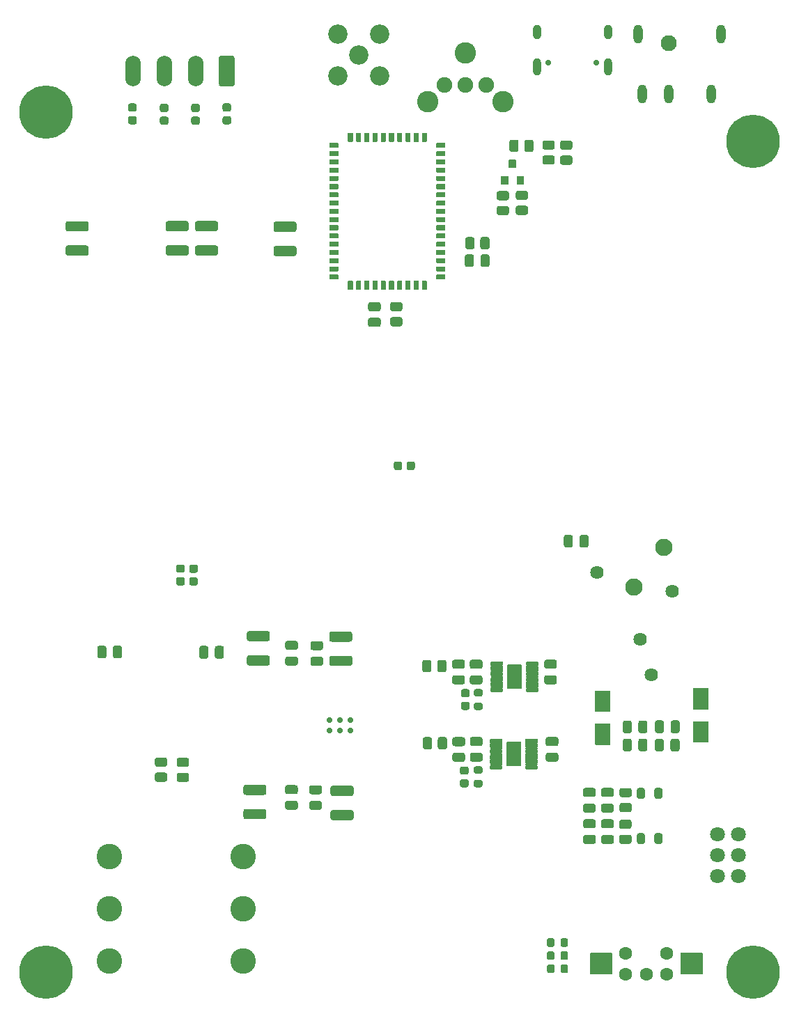
<source format=gbr>
G04 #@! TF.GenerationSoftware,KiCad,Pcbnew,5.1.9*
G04 #@! TF.CreationDate,2021-06-24T12:15:12+08:00*
G04 #@! TF.ProjectId,digital-amplifier2,64696769-7461-46c2-9d61-6d706c696669,rev?*
G04 #@! TF.SameCoordinates,Original*
G04 #@! TF.FileFunction,Soldermask,Bot*
G04 #@! TF.FilePolarity,Negative*
%FSLAX46Y46*%
G04 Gerber Fmt 4.6, Leading zero omitted, Abs format (unit mm)*
G04 Created by KiCad (PCBNEW 5.1.9) date 2021-06-24 12:15:12*
%MOMM*%
%LPD*%
G01*
G04 APERTURE LIST*
%ADD10C,1.626000*%
%ADD11C,2.102000*%
%ADD12C,1.802000*%
%ADD13C,2.352000*%
%ADD14O,1.902000X3.702000*%
%ADD15C,0.702000*%
%ADD16C,1.602000*%
%ADD17O,1.002000X1.802000*%
%ADD18O,1.002000X2.102000*%
%ADD19C,1.902000*%
%ADD20C,2.602000*%
%ADD21C,3.102000*%
%ADD22C,1.952000*%
%ADD23O,1.102000X2.302000*%
%ADD24C,6.502000*%
%ADD25C,0.100000*%
G04 APERTURE END LIST*
G36*
G01*
X166566200Y-212733400D02*
X166566200Y-212132400D01*
G75*
G02*
X166791700Y-211906900I225500J0D01*
G01*
X167242700Y-211906900D01*
G75*
G02*
X167468200Y-212132400I0J-225500D01*
G01*
X167468200Y-212733400D01*
G75*
G02*
X167242700Y-212958900I-225500J0D01*
G01*
X166791700Y-212958900D01*
G75*
G02*
X166566200Y-212733400I0J225500D01*
G01*
G37*
G36*
G01*
X164916200Y-212733400D02*
X164916200Y-212132400D01*
G75*
G02*
X165141700Y-211906900I225500J0D01*
G01*
X165592700Y-211906900D01*
G75*
G02*
X165818200Y-212132400I0J-225500D01*
G01*
X165818200Y-212733400D01*
G75*
G02*
X165592700Y-212958900I-225500J0D01*
G01*
X165141700Y-212958900D01*
G75*
G02*
X164916200Y-212733400I0J225500D01*
G01*
G37*
G36*
G01*
X166578900Y-215921100D02*
X166578900Y-215320100D01*
G75*
G02*
X166804400Y-215094600I225500J0D01*
G01*
X167255400Y-215094600D01*
G75*
G02*
X167480900Y-215320100I0J-225500D01*
G01*
X167480900Y-215921100D01*
G75*
G02*
X167255400Y-216146600I-225500J0D01*
G01*
X166804400Y-216146600D01*
G75*
G02*
X166578900Y-215921100I0J225500D01*
G01*
G37*
G36*
G01*
X164928900Y-215921100D02*
X164928900Y-215320100D01*
G75*
G02*
X165154400Y-215094600I225500J0D01*
G01*
X165605400Y-215094600D01*
G75*
G02*
X165830900Y-215320100I0J-225500D01*
G01*
X165830900Y-215921100D01*
G75*
G02*
X165605400Y-216146600I-225500J0D01*
G01*
X165154400Y-216146600D01*
G75*
G02*
X164928900Y-215921100I0J225500D01*
G01*
G37*
G36*
G01*
X166566200Y-214320900D02*
X166566200Y-213719900D01*
G75*
G02*
X166791700Y-213494400I225500J0D01*
G01*
X167242700Y-213494400D01*
G75*
G02*
X167468200Y-213719900I0J-225500D01*
G01*
X167468200Y-214320900D01*
G75*
G02*
X167242700Y-214546400I-225500J0D01*
G01*
X166791700Y-214546400D01*
G75*
G02*
X166566200Y-214320900I0J225500D01*
G01*
G37*
G36*
G01*
X164916200Y-214320900D02*
X164916200Y-213719900D01*
G75*
G02*
X165141700Y-213494400I225500J0D01*
G01*
X165592700Y-213494400D01*
G75*
G02*
X165818200Y-213719900I0J-225500D01*
G01*
X165818200Y-214320900D01*
G75*
G02*
X165592700Y-214546400I-225500J0D01*
G01*
X165141700Y-214546400D01*
G75*
G02*
X164916200Y-214320900I0J225500D01*
G01*
G37*
G36*
G01*
X168066500Y-163139000D02*
X168066500Y-164140000D01*
G75*
G02*
X167791000Y-164415500I-275500J0D01*
G01*
X167240000Y-164415500D01*
G75*
G02*
X166964500Y-164140000I0J275500D01*
G01*
X166964500Y-163139000D01*
G75*
G02*
X167240000Y-162863500I275500J0D01*
G01*
X167791000Y-162863500D01*
G75*
G02*
X168066500Y-163139000I0J-275500D01*
G01*
G37*
G36*
G01*
X169966500Y-163139000D02*
X169966500Y-164140000D01*
G75*
G02*
X169691000Y-164415500I-275500J0D01*
G01*
X169140000Y-164415500D01*
G75*
G02*
X168864500Y-164140000I0J275500D01*
G01*
X168864500Y-163139000D01*
G75*
G02*
X169140000Y-162863500I275500J0D01*
G01*
X169691000Y-162863500D01*
G75*
G02*
X169966500Y-163139000I0J-275500D01*
G01*
G37*
G36*
G01*
X151567900Y-179292125D02*
X151567900Y-178339875D01*
G75*
G02*
X151842775Y-178065000I274875J0D01*
G01*
X152420025Y-178065000D01*
G75*
G02*
X152694900Y-178339875I0J-274875D01*
G01*
X152694900Y-179292125D01*
G75*
G02*
X152420025Y-179567000I-274875J0D01*
G01*
X151842775Y-179567000D01*
G75*
G02*
X151567900Y-179292125I0J274875D01*
G01*
G37*
G36*
G01*
X149742900Y-179292125D02*
X149742900Y-178339875D01*
G75*
G02*
X150017775Y-178065000I274875J0D01*
G01*
X150595025Y-178065000D01*
G75*
G02*
X150869900Y-178339875I0J-274875D01*
G01*
X150869900Y-179292125D01*
G75*
G02*
X150595025Y-179567000I-274875J0D01*
G01*
X150017775Y-179567000D01*
G75*
G02*
X149742900Y-179292125I0J274875D01*
G01*
G37*
D10*
X180162200Y-169697400D03*
X177622200Y-179857400D03*
X176225200Y-175539400D03*
X171018200Y-167411400D03*
D11*
X175463200Y-169189400D03*
X179146200Y-164363400D03*
G36*
G01*
X173996476Y-195464500D02*
X174948724Y-195464500D01*
G75*
G02*
X175223600Y-195739376I0J-274876D01*
G01*
X175223600Y-196316624D01*
G75*
G02*
X174948724Y-196591500I-274876J0D01*
G01*
X173996476Y-196591500D01*
G75*
G02*
X173721600Y-196316624I0J274876D01*
G01*
X173721600Y-195739376D01*
G75*
G02*
X173996476Y-195464500I274876J0D01*
G01*
G37*
G36*
G01*
X173996476Y-193639500D02*
X174948724Y-193639500D01*
G75*
G02*
X175223600Y-193914376I0J-274876D01*
G01*
X175223600Y-194491624D01*
G75*
G02*
X174948724Y-194766500I-274876J0D01*
G01*
X173996476Y-194766500D01*
G75*
G02*
X173721600Y-194491624I0J274876D01*
G01*
X173721600Y-193914376D01*
G75*
G02*
X173996476Y-193639500I274876J0D01*
G01*
G37*
G36*
G01*
X174923324Y-198616500D02*
X173971076Y-198616500D01*
G75*
G02*
X173696200Y-198341624I0J274876D01*
G01*
X173696200Y-197764376D01*
G75*
G02*
X173971076Y-197489500I274876J0D01*
G01*
X174923324Y-197489500D01*
G75*
G02*
X175198200Y-197764376I0J-274876D01*
G01*
X175198200Y-198341624D01*
G75*
G02*
X174923324Y-198616500I-274876J0D01*
G01*
G37*
G36*
G01*
X174923324Y-200441500D02*
X173971076Y-200441500D01*
G75*
G02*
X173696200Y-200166624I0J274876D01*
G01*
X173696200Y-199589376D01*
G75*
G02*
X173971076Y-199314500I274876J0D01*
G01*
X174923324Y-199314500D01*
G75*
G02*
X175198200Y-199589376I0J-274876D01*
G01*
X175198200Y-200166624D01*
G75*
G02*
X174923324Y-200441500I-274876J0D01*
G01*
G37*
D12*
X188150500Y-204355700D03*
X185610500Y-204355700D03*
X188150500Y-201815700D03*
X185610500Y-201815700D03*
X188150500Y-199275700D03*
X185610500Y-199275700D03*
D13*
X139460000Y-107040000D03*
X139460000Y-101960000D03*
X144540000Y-101960000D03*
X144540000Y-107040000D03*
X142000000Y-104500000D03*
D14*
X114570000Y-106500000D03*
X118380000Y-106500000D03*
X122190000Y-106500000D03*
G36*
G01*
X126951000Y-104913166D02*
X126951000Y-108086834D01*
G75*
G02*
X126686834Y-108351000I-264166J0D01*
G01*
X125313166Y-108351000D01*
G75*
G02*
X125049000Y-108086834I0J264166D01*
G01*
X125049000Y-104913166D01*
G75*
G02*
X125313166Y-104649000I264166J0D01*
G01*
X126686834Y-104649000D01*
G75*
G02*
X126951000Y-104913166I0J-264166D01*
G01*
G37*
G36*
G01*
X161759600Y-188084400D02*
X161759600Y-190934400D01*
G75*
G02*
X161708600Y-190985400I-51000J0D01*
G01*
X160058600Y-190985400D01*
G75*
G02*
X160007600Y-190934400I0J51000D01*
G01*
X160007600Y-188084400D01*
G75*
G02*
X160058600Y-188033400I51000J0D01*
G01*
X161708600Y-188033400D01*
G75*
G02*
X161759600Y-188084400I0J-51000D01*
G01*
G37*
G36*
G01*
X159509600Y-187758900D02*
X159509600Y-188009900D01*
G75*
G02*
X159384100Y-188135400I-125500J0D01*
G01*
X158083100Y-188135400D01*
G75*
G02*
X157957600Y-188009900I0J125500D01*
G01*
X157957600Y-187758900D01*
G75*
G02*
X158083100Y-187633400I125500J0D01*
G01*
X159384100Y-187633400D01*
G75*
G02*
X159509600Y-187758900I0J-125500D01*
G01*
G37*
G36*
G01*
X159509600Y-188408900D02*
X159509600Y-188659900D01*
G75*
G02*
X159384100Y-188785400I-125500J0D01*
G01*
X158083100Y-188785400D01*
G75*
G02*
X157957600Y-188659900I0J125500D01*
G01*
X157957600Y-188408900D01*
G75*
G02*
X158083100Y-188283400I125500J0D01*
G01*
X159384100Y-188283400D01*
G75*
G02*
X159509600Y-188408900I0J-125500D01*
G01*
G37*
G36*
G01*
X159509600Y-189058900D02*
X159509600Y-189309900D01*
G75*
G02*
X159384100Y-189435400I-125500J0D01*
G01*
X158083100Y-189435400D01*
G75*
G02*
X157957600Y-189309900I0J125500D01*
G01*
X157957600Y-189058900D01*
G75*
G02*
X158083100Y-188933400I125500J0D01*
G01*
X159384100Y-188933400D01*
G75*
G02*
X159509600Y-189058900I0J-125500D01*
G01*
G37*
G36*
G01*
X159509600Y-189708900D02*
X159509600Y-189959900D01*
G75*
G02*
X159384100Y-190085400I-125500J0D01*
G01*
X158083100Y-190085400D01*
G75*
G02*
X157957600Y-189959900I0J125500D01*
G01*
X157957600Y-189708900D01*
G75*
G02*
X158083100Y-189583400I125500J0D01*
G01*
X159384100Y-189583400D01*
G75*
G02*
X159509600Y-189708900I0J-125500D01*
G01*
G37*
G36*
G01*
X159509600Y-190358900D02*
X159509600Y-190609900D01*
G75*
G02*
X159384100Y-190735400I-125500J0D01*
G01*
X158083100Y-190735400D01*
G75*
G02*
X157957600Y-190609900I0J125500D01*
G01*
X157957600Y-190358900D01*
G75*
G02*
X158083100Y-190233400I125500J0D01*
G01*
X159384100Y-190233400D01*
G75*
G02*
X159509600Y-190358900I0J-125500D01*
G01*
G37*
G36*
G01*
X159509600Y-191008900D02*
X159509600Y-191259900D01*
G75*
G02*
X159384100Y-191385400I-125500J0D01*
G01*
X158083100Y-191385400D01*
G75*
G02*
X157957600Y-191259900I0J125500D01*
G01*
X157957600Y-191008900D01*
G75*
G02*
X158083100Y-190883400I125500J0D01*
G01*
X159384100Y-190883400D01*
G75*
G02*
X159509600Y-191008900I0J-125500D01*
G01*
G37*
G36*
G01*
X163809600Y-191008900D02*
X163809600Y-191259900D01*
G75*
G02*
X163684100Y-191385400I-125500J0D01*
G01*
X162383100Y-191385400D01*
G75*
G02*
X162257600Y-191259900I0J125500D01*
G01*
X162257600Y-191008900D01*
G75*
G02*
X162383100Y-190883400I125500J0D01*
G01*
X163684100Y-190883400D01*
G75*
G02*
X163809600Y-191008900I0J-125500D01*
G01*
G37*
G36*
G01*
X163809600Y-190358900D02*
X163809600Y-190609900D01*
G75*
G02*
X163684100Y-190735400I-125500J0D01*
G01*
X162383100Y-190735400D01*
G75*
G02*
X162257600Y-190609900I0J125500D01*
G01*
X162257600Y-190358900D01*
G75*
G02*
X162383100Y-190233400I125500J0D01*
G01*
X163684100Y-190233400D01*
G75*
G02*
X163809600Y-190358900I0J-125500D01*
G01*
G37*
G36*
G01*
X163809600Y-189708900D02*
X163809600Y-189959900D01*
G75*
G02*
X163684100Y-190085400I-125500J0D01*
G01*
X162383100Y-190085400D01*
G75*
G02*
X162257600Y-189959900I0J125500D01*
G01*
X162257600Y-189708900D01*
G75*
G02*
X162383100Y-189583400I125500J0D01*
G01*
X163684100Y-189583400D01*
G75*
G02*
X163809600Y-189708900I0J-125500D01*
G01*
G37*
G36*
G01*
X163809600Y-189058900D02*
X163809600Y-189309900D01*
G75*
G02*
X163684100Y-189435400I-125500J0D01*
G01*
X162383100Y-189435400D01*
G75*
G02*
X162257600Y-189309900I0J125500D01*
G01*
X162257600Y-189058900D01*
G75*
G02*
X162383100Y-188933400I125500J0D01*
G01*
X163684100Y-188933400D01*
G75*
G02*
X163809600Y-189058900I0J-125500D01*
G01*
G37*
G36*
G01*
X163809600Y-188408900D02*
X163809600Y-188659900D01*
G75*
G02*
X163684100Y-188785400I-125500J0D01*
G01*
X162383100Y-188785400D01*
G75*
G02*
X162257600Y-188659900I0J125500D01*
G01*
X162257600Y-188408900D01*
G75*
G02*
X162383100Y-188283400I125500J0D01*
G01*
X163684100Y-188283400D01*
G75*
G02*
X163809600Y-188408900I0J-125500D01*
G01*
G37*
G36*
G01*
X163809600Y-187758900D02*
X163809600Y-188009900D01*
G75*
G02*
X163684100Y-188135400I-125500J0D01*
G01*
X162383100Y-188135400D01*
G75*
G02*
X162257600Y-188009900I0J125500D01*
G01*
X162257600Y-187758900D01*
G75*
G02*
X162383100Y-187633400I125500J0D01*
G01*
X163684100Y-187633400D01*
G75*
G02*
X163809600Y-187758900I0J-125500D01*
G01*
G37*
G36*
G01*
X161845960Y-178699100D02*
X161845960Y-181549100D01*
G75*
G02*
X161794960Y-181600100I-51000J0D01*
G01*
X160144960Y-181600100D01*
G75*
G02*
X160093960Y-181549100I0J51000D01*
G01*
X160093960Y-178699100D01*
G75*
G02*
X160144960Y-178648100I51000J0D01*
G01*
X161794960Y-178648100D01*
G75*
G02*
X161845960Y-178699100I0J-51000D01*
G01*
G37*
G36*
G01*
X159595960Y-178373600D02*
X159595960Y-178624600D01*
G75*
G02*
X159470460Y-178750100I-125500J0D01*
G01*
X158169460Y-178750100D01*
G75*
G02*
X158043960Y-178624600I0J125500D01*
G01*
X158043960Y-178373600D01*
G75*
G02*
X158169460Y-178248100I125500J0D01*
G01*
X159470460Y-178248100D01*
G75*
G02*
X159595960Y-178373600I0J-125500D01*
G01*
G37*
G36*
G01*
X159595960Y-179023600D02*
X159595960Y-179274600D01*
G75*
G02*
X159470460Y-179400100I-125500J0D01*
G01*
X158169460Y-179400100D01*
G75*
G02*
X158043960Y-179274600I0J125500D01*
G01*
X158043960Y-179023600D01*
G75*
G02*
X158169460Y-178898100I125500J0D01*
G01*
X159470460Y-178898100D01*
G75*
G02*
X159595960Y-179023600I0J-125500D01*
G01*
G37*
G36*
G01*
X159595960Y-179673600D02*
X159595960Y-179924600D01*
G75*
G02*
X159470460Y-180050100I-125500J0D01*
G01*
X158169460Y-180050100D01*
G75*
G02*
X158043960Y-179924600I0J125500D01*
G01*
X158043960Y-179673600D01*
G75*
G02*
X158169460Y-179548100I125500J0D01*
G01*
X159470460Y-179548100D01*
G75*
G02*
X159595960Y-179673600I0J-125500D01*
G01*
G37*
G36*
G01*
X159595960Y-180323600D02*
X159595960Y-180574600D01*
G75*
G02*
X159470460Y-180700100I-125500J0D01*
G01*
X158169460Y-180700100D01*
G75*
G02*
X158043960Y-180574600I0J125500D01*
G01*
X158043960Y-180323600D01*
G75*
G02*
X158169460Y-180198100I125500J0D01*
G01*
X159470460Y-180198100D01*
G75*
G02*
X159595960Y-180323600I0J-125500D01*
G01*
G37*
G36*
G01*
X159595960Y-180973600D02*
X159595960Y-181224600D01*
G75*
G02*
X159470460Y-181350100I-125500J0D01*
G01*
X158169460Y-181350100D01*
G75*
G02*
X158043960Y-181224600I0J125500D01*
G01*
X158043960Y-180973600D01*
G75*
G02*
X158169460Y-180848100I125500J0D01*
G01*
X159470460Y-180848100D01*
G75*
G02*
X159595960Y-180973600I0J-125500D01*
G01*
G37*
G36*
G01*
X159595960Y-181623600D02*
X159595960Y-181874600D01*
G75*
G02*
X159470460Y-182000100I-125500J0D01*
G01*
X158169460Y-182000100D01*
G75*
G02*
X158043960Y-181874600I0J125500D01*
G01*
X158043960Y-181623600D01*
G75*
G02*
X158169460Y-181498100I125500J0D01*
G01*
X159470460Y-181498100D01*
G75*
G02*
X159595960Y-181623600I0J-125500D01*
G01*
G37*
G36*
G01*
X163895960Y-181623600D02*
X163895960Y-181874600D01*
G75*
G02*
X163770460Y-182000100I-125500J0D01*
G01*
X162469460Y-182000100D01*
G75*
G02*
X162343960Y-181874600I0J125500D01*
G01*
X162343960Y-181623600D01*
G75*
G02*
X162469460Y-181498100I125500J0D01*
G01*
X163770460Y-181498100D01*
G75*
G02*
X163895960Y-181623600I0J-125500D01*
G01*
G37*
G36*
G01*
X163895960Y-180973600D02*
X163895960Y-181224600D01*
G75*
G02*
X163770460Y-181350100I-125500J0D01*
G01*
X162469460Y-181350100D01*
G75*
G02*
X162343960Y-181224600I0J125500D01*
G01*
X162343960Y-180973600D01*
G75*
G02*
X162469460Y-180848100I125500J0D01*
G01*
X163770460Y-180848100D01*
G75*
G02*
X163895960Y-180973600I0J-125500D01*
G01*
G37*
G36*
G01*
X163895960Y-180323600D02*
X163895960Y-180574600D01*
G75*
G02*
X163770460Y-180700100I-125500J0D01*
G01*
X162469460Y-180700100D01*
G75*
G02*
X162343960Y-180574600I0J125500D01*
G01*
X162343960Y-180323600D01*
G75*
G02*
X162469460Y-180198100I125500J0D01*
G01*
X163770460Y-180198100D01*
G75*
G02*
X163895960Y-180323600I0J-125500D01*
G01*
G37*
G36*
G01*
X163895960Y-179673600D02*
X163895960Y-179924600D01*
G75*
G02*
X163770460Y-180050100I-125500J0D01*
G01*
X162469460Y-180050100D01*
G75*
G02*
X162343960Y-179924600I0J125500D01*
G01*
X162343960Y-179673600D01*
G75*
G02*
X162469460Y-179548100I125500J0D01*
G01*
X163770460Y-179548100D01*
G75*
G02*
X163895960Y-179673600I0J-125500D01*
G01*
G37*
G36*
G01*
X163895960Y-179023600D02*
X163895960Y-179274600D01*
G75*
G02*
X163770460Y-179400100I-125500J0D01*
G01*
X162469460Y-179400100D01*
G75*
G02*
X162343960Y-179274600I0J125500D01*
G01*
X162343960Y-179023600D01*
G75*
G02*
X162469460Y-178898100I125500J0D01*
G01*
X163770460Y-178898100D01*
G75*
G02*
X163895960Y-179023600I0J-125500D01*
G01*
G37*
G36*
G01*
X163895960Y-178373600D02*
X163895960Y-178624600D01*
G75*
G02*
X163770460Y-178750100I-125500J0D01*
G01*
X162469460Y-178750100D01*
G75*
G02*
X162343960Y-178624600I0J125500D01*
G01*
X162343960Y-178373600D01*
G75*
G02*
X162469460Y-178248100I125500J0D01*
G01*
X163770460Y-178248100D01*
G75*
G02*
X163895960Y-178373600I0J-125500D01*
G01*
G37*
G36*
G01*
X167735125Y-116046500D02*
X166782875Y-116046500D01*
G75*
G02*
X166508000Y-115771625I0J274875D01*
G01*
X166508000Y-115194375D01*
G75*
G02*
X166782875Y-114919500I274875J0D01*
G01*
X167735125Y-114919500D01*
G75*
G02*
X168010000Y-115194375I0J-274875D01*
G01*
X168010000Y-115771625D01*
G75*
G02*
X167735125Y-116046500I-274875J0D01*
G01*
G37*
G36*
G01*
X167735125Y-117871500D02*
X166782875Y-117871500D01*
G75*
G02*
X166508000Y-117596625I0J274875D01*
G01*
X166508000Y-117019375D01*
G75*
G02*
X166782875Y-116744500I274875J0D01*
G01*
X167735125Y-116744500D01*
G75*
G02*
X168010000Y-117019375I0J-274875D01*
G01*
X168010000Y-117596625D01*
G75*
G02*
X167735125Y-117871500I-274875J0D01*
G01*
G37*
G36*
G01*
X147858160Y-154743060D02*
X147858160Y-154192060D01*
G75*
G02*
X148108660Y-153941560I250500J0D01*
G01*
X148609660Y-153941560D01*
G75*
G02*
X148860160Y-154192060I0J-250500D01*
G01*
X148860160Y-154743060D01*
G75*
G02*
X148609660Y-154993560I-250500J0D01*
G01*
X148108660Y-154993560D01*
G75*
G02*
X147858160Y-154743060I0J250500D01*
G01*
G37*
G36*
G01*
X146308160Y-154743060D02*
X146308160Y-154192060D01*
G75*
G02*
X146558660Y-153941560I250500J0D01*
G01*
X147059660Y-153941560D01*
G75*
G02*
X147310160Y-154192060I0J-250500D01*
G01*
X147310160Y-154743060D01*
G75*
G02*
X147059660Y-154993560I-250500J0D01*
G01*
X146558660Y-154993560D01*
G75*
G02*
X146308160Y-154743060I0J250500D01*
G01*
G37*
G36*
G01*
X156249860Y-192652000D02*
X156850860Y-192652000D01*
G75*
G02*
X157076360Y-192877500I0J-225500D01*
G01*
X157076360Y-193328500D01*
G75*
G02*
X156850860Y-193554000I-225500J0D01*
G01*
X156249860Y-193554000D01*
G75*
G02*
X156024360Y-193328500I0J225500D01*
G01*
X156024360Y-192877500D01*
G75*
G02*
X156249860Y-192652000I225500J0D01*
G01*
G37*
G36*
G01*
X156249860Y-191002000D02*
X156850860Y-191002000D01*
G75*
G02*
X157076360Y-191227500I0J-225500D01*
G01*
X157076360Y-191678500D01*
G75*
G02*
X156850860Y-191904000I-225500J0D01*
G01*
X156249860Y-191904000D01*
G75*
G02*
X156024360Y-191678500I0J225500D01*
G01*
X156024360Y-191227500D01*
G75*
G02*
X156249860Y-191002000I225500J0D01*
G01*
G37*
G36*
G01*
X156267640Y-183261620D02*
X156868640Y-183261620D01*
G75*
G02*
X157094140Y-183487120I0J-225500D01*
G01*
X157094140Y-183938120D01*
G75*
G02*
X156868640Y-184163620I-225500J0D01*
G01*
X156267640Y-184163620D01*
G75*
G02*
X156042140Y-183938120I0J225500D01*
G01*
X156042140Y-183487120D01*
G75*
G02*
X156267640Y-183261620I225500J0D01*
G01*
G37*
G36*
G01*
X156267640Y-181611620D02*
X156868640Y-181611620D01*
G75*
G02*
X157094140Y-181837120I0J-225500D01*
G01*
X157094140Y-182288120D01*
G75*
G02*
X156868640Y-182513620I-225500J0D01*
G01*
X156267640Y-182513620D01*
G75*
G02*
X156042140Y-182288120I0J225500D01*
G01*
X156042140Y-181837120D01*
G75*
G02*
X156267640Y-181611620I225500J0D01*
G01*
G37*
G36*
G01*
X154598460Y-192564700D02*
X155149460Y-192564700D01*
G75*
G02*
X155399960Y-192815200I0J-250500D01*
G01*
X155399960Y-193316200D01*
G75*
G02*
X155149460Y-193566700I-250500J0D01*
G01*
X154598460Y-193566700D01*
G75*
G02*
X154347960Y-193316200I0J250500D01*
G01*
X154347960Y-192815200D01*
G75*
G02*
X154598460Y-192564700I250500J0D01*
G01*
G37*
G36*
G01*
X154598460Y-191014700D02*
X155149460Y-191014700D01*
G75*
G02*
X155399960Y-191265200I0J-250500D01*
G01*
X155399960Y-191766200D01*
G75*
G02*
X155149460Y-192016700I-250500J0D01*
G01*
X154598460Y-192016700D01*
G75*
G02*
X154347960Y-191766200I0J250500D01*
G01*
X154347960Y-191265200D01*
G75*
G02*
X154598460Y-191014700I250500J0D01*
G01*
G37*
G36*
G01*
X154717840Y-183161620D02*
X155268840Y-183161620D01*
G75*
G02*
X155519340Y-183412120I0J-250500D01*
G01*
X155519340Y-183913120D01*
G75*
G02*
X155268840Y-184163620I-250500J0D01*
G01*
X154717840Y-184163620D01*
G75*
G02*
X154467340Y-183913120I0J250500D01*
G01*
X154467340Y-183412120D01*
G75*
G02*
X154717840Y-183161620I250500J0D01*
G01*
G37*
G36*
G01*
X154717840Y-181611620D02*
X155268840Y-181611620D01*
G75*
G02*
X155519340Y-181862120I0J-250500D01*
G01*
X155519340Y-182363120D01*
G75*
G02*
X155268840Y-182613620I-250500J0D01*
G01*
X154717840Y-182613620D01*
G75*
G02*
X154467340Y-182363120I0J250500D01*
G01*
X154467340Y-181862120D01*
G75*
G02*
X154717840Y-181611620I250500J0D01*
G01*
G37*
D15*
X141058900Y-185381900D03*
X141058900Y-186651900D03*
X139788900Y-185381900D03*
X139788900Y-186651900D03*
X138518900Y-185381900D03*
X138518900Y-186651900D03*
G36*
G01*
X126284900Y-111409800D02*
X125733900Y-111409800D01*
G75*
G02*
X125483400Y-111159300I0J250500D01*
G01*
X125483400Y-110658300D01*
G75*
G02*
X125733900Y-110407800I250500J0D01*
G01*
X126284900Y-110407800D01*
G75*
G02*
X126535400Y-110658300I0J-250500D01*
G01*
X126535400Y-111159300D01*
G75*
G02*
X126284900Y-111409800I-250500J0D01*
G01*
G37*
G36*
G01*
X126284900Y-112959800D02*
X125733900Y-112959800D01*
G75*
G02*
X125483400Y-112709300I0J250500D01*
G01*
X125483400Y-112208300D01*
G75*
G02*
X125733900Y-111957800I250500J0D01*
G01*
X126284900Y-111957800D01*
G75*
G02*
X126535400Y-112208300I0J-250500D01*
G01*
X126535400Y-112709300D01*
G75*
G02*
X126284900Y-112959800I-250500J0D01*
G01*
G37*
G36*
G01*
X118664900Y-111460600D02*
X118113900Y-111460600D01*
G75*
G02*
X117863400Y-111210100I0J250500D01*
G01*
X117863400Y-110709100D01*
G75*
G02*
X118113900Y-110458600I250500J0D01*
G01*
X118664900Y-110458600D01*
G75*
G02*
X118915400Y-110709100I0J-250500D01*
G01*
X118915400Y-111210100D01*
G75*
G02*
X118664900Y-111460600I-250500J0D01*
G01*
G37*
G36*
G01*
X118664900Y-113010600D02*
X118113900Y-113010600D01*
G75*
G02*
X117863400Y-112760100I0J250500D01*
G01*
X117863400Y-112259100D01*
G75*
G02*
X118113900Y-112008600I250500J0D01*
G01*
X118664900Y-112008600D01*
G75*
G02*
X118915400Y-112259100I0J-250500D01*
G01*
X118915400Y-112760100D01*
G75*
G02*
X118664900Y-113010600I-250500J0D01*
G01*
G37*
G36*
G01*
X122474900Y-111460600D02*
X121923900Y-111460600D01*
G75*
G02*
X121673400Y-111210100I0J250500D01*
G01*
X121673400Y-110709100D01*
G75*
G02*
X121923900Y-110458600I250500J0D01*
G01*
X122474900Y-110458600D01*
G75*
G02*
X122725400Y-110709100I0J-250500D01*
G01*
X122725400Y-111210100D01*
G75*
G02*
X122474900Y-111460600I-250500J0D01*
G01*
G37*
G36*
G01*
X122474900Y-113010600D02*
X121923900Y-113010600D01*
G75*
G02*
X121673400Y-112760100I0J250500D01*
G01*
X121673400Y-112259100D01*
G75*
G02*
X121923900Y-112008600I250500J0D01*
G01*
X122474900Y-112008600D01*
G75*
G02*
X122725400Y-112259100I0J-250500D01*
G01*
X122725400Y-112760100D01*
G75*
G02*
X122474900Y-113010600I-250500J0D01*
G01*
G37*
G36*
G01*
X114804100Y-111409800D02*
X114253100Y-111409800D01*
G75*
G02*
X114002600Y-111159300I0J250500D01*
G01*
X114002600Y-110658300D01*
G75*
G02*
X114253100Y-110407800I250500J0D01*
G01*
X114804100Y-110407800D01*
G75*
G02*
X115054600Y-110658300I0J-250500D01*
G01*
X115054600Y-111159300D01*
G75*
G02*
X114804100Y-111409800I-250500J0D01*
G01*
G37*
G36*
G01*
X114804100Y-112959800D02*
X114253100Y-112959800D01*
G75*
G02*
X114002600Y-112709300I0J250500D01*
G01*
X114002600Y-112208300D01*
G75*
G02*
X114253100Y-111957800I250500J0D01*
G01*
X114804100Y-111957800D01*
G75*
G02*
X115054600Y-112208300I0J-250500D01*
G01*
X115054600Y-112709300D01*
G75*
G02*
X114804100Y-112959800I-250500J0D01*
G01*
G37*
G36*
G01*
X124664268Y-125963040D02*
X122406612Y-125963040D01*
G75*
G02*
X122134440Y-125690868I0J272172D01*
G01*
X122134440Y-124983212D01*
G75*
G02*
X122406612Y-124711040I272172J0D01*
G01*
X124664268Y-124711040D01*
G75*
G02*
X124936440Y-124983212I0J-272172D01*
G01*
X124936440Y-125690868D01*
G75*
G02*
X124664268Y-125963040I-272172J0D01*
G01*
G37*
G36*
G01*
X124664268Y-128913040D02*
X122406612Y-128913040D01*
G75*
G02*
X122134440Y-128640868I0J272172D01*
G01*
X122134440Y-127933212D01*
G75*
G02*
X122406612Y-127661040I272172J0D01*
G01*
X124664268Y-127661040D01*
G75*
G02*
X124936440Y-127933212I0J-272172D01*
G01*
X124936440Y-128640868D01*
G75*
G02*
X124664268Y-128913040I-272172J0D01*
G01*
G37*
G36*
G01*
X108931508Y-125978280D02*
X106673852Y-125978280D01*
G75*
G02*
X106401680Y-125706108I0J272172D01*
G01*
X106401680Y-124998452D01*
G75*
G02*
X106673852Y-124726280I272172J0D01*
G01*
X108931508Y-124726280D01*
G75*
G02*
X109203680Y-124998452I0J-272172D01*
G01*
X109203680Y-125706108D01*
G75*
G02*
X108931508Y-125978280I-272172J0D01*
G01*
G37*
G36*
G01*
X108931508Y-128928280D02*
X106673852Y-128928280D01*
G75*
G02*
X106401680Y-128656108I0J272172D01*
G01*
X106401680Y-127948452D01*
G75*
G02*
X106673852Y-127676280I272172J0D01*
G01*
X108931508Y-127676280D01*
G75*
G02*
X109203680Y-127948452I0J-272172D01*
G01*
X109203680Y-128656108D01*
G75*
G02*
X108931508Y-128928280I-272172J0D01*
G01*
G37*
G36*
G01*
X121103188Y-125963040D02*
X118845532Y-125963040D01*
G75*
G02*
X118573360Y-125690868I0J272172D01*
G01*
X118573360Y-124983212D01*
G75*
G02*
X118845532Y-124711040I272172J0D01*
G01*
X121103188Y-124711040D01*
G75*
G02*
X121375360Y-124983212I0J-272172D01*
G01*
X121375360Y-125690868D01*
G75*
G02*
X121103188Y-125963040I-272172J0D01*
G01*
G37*
G36*
G01*
X121103188Y-128913040D02*
X118845532Y-128913040D01*
G75*
G02*
X118573360Y-128640868I0J272172D01*
G01*
X118573360Y-127933212D01*
G75*
G02*
X118845532Y-127661040I272172J0D01*
G01*
X121103188Y-127661040D01*
G75*
G02*
X121375360Y-127933212I0J-272172D01*
G01*
X121375360Y-128640868D01*
G75*
G02*
X121103188Y-128913040I-272172J0D01*
G01*
G37*
G36*
G01*
X134199428Y-126041040D02*
X131941772Y-126041040D01*
G75*
G02*
X131669600Y-125768868I0J272172D01*
G01*
X131669600Y-125061212D01*
G75*
G02*
X131941772Y-124789040I272172J0D01*
G01*
X134199428Y-124789040D01*
G75*
G02*
X134471600Y-125061212I0J-272172D01*
G01*
X134471600Y-125768868D01*
G75*
G02*
X134199428Y-126041040I-272172J0D01*
G01*
G37*
G36*
G01*
X134199428Y-128991040D02*
X131941772Y-128991040D01*
G75*
G02*
X131669600Y-128718868I0J272172D01*
G01*
X131669600Y-128011212D01*
G75*
G02*
X131941772Y-127739040I272172J0D01*
G01*
X134199428Y-127739040D01*
G75*
G02*
X134471600Y-128011212I0J-272172D01*
G01*
X134471600Y-128718868D01*
G75*
G02*
X134199428Y-128991040I-272172J0D01*
G01*
G37*
G36*
G01*
X181149000Y-216250000D02*
X181149000Y-213750000D01*
G75*
G02*
X181200000Y-213699000I51000J0D01*
G01*
X183800000Y-213699000D01*
G75*
G02*
X183851000Y-213750000I0J-51000D01*
G01*
X183851000Y-216250000D01*
G75*
G02*
X183800000Y-216301000I-51000J0D01*
G01*
X181200000Y-216301000D01*
G75*
G02*
X181149000Y-216250000I0J51000D01*
G01*
G37*
G36*
G01*
X170149000Y-216250000D02*
X170149000Y-213750000D01*
G75*
G02*
X170200000Y-213699000I51000J0D01*
G01*
X172800000Y-213699000D01*
G75*
G02*
X172851000Y-213750000I0J-51000D01*
G01*
X172851000Y-216250000D01*
G75*
G02*
X172800000Y-216301000I-51000J0D01*
G01*
X170200000Y-216301000D01*
G75*
G02*
X170149000Y-216250000I0J51000D01*
G01*
G37*
D16*
X179500000Y-213750000D03*
X174500000Y-213750000D03*
X177000000Y-216250000D03*
X179500000Y-216250000D03*
X174500000Y-216250000D03*
G36*
G01*
X120095100Y-168015600D02*
X120646100Y-168015600D01*
G75*
G02*
X120896600Y-168266100I0J-250500D01*
G01*
X120896600Y-168767100D01*
G75*
G02*
X120646100Y-169017600I-250500J0D01*
G01*
X120095100Y-169017600D01*
G75*
G02*
X119844600Y-168767100I0J250500D01*
G01*
X119844600Y-168266100D01*
G75*
G02*
X120095100Y-168015600I250500J0D01*
G01*
G37*
G36*
G01*
X120095100Y-166465600D02*
X120646100Y-166465600D01*
G75*
G02*
X120896600Y-166716100I0J-250500D01*
G01*
X120896600Y-167217100D01*
G75*
G02*
X120646100Y-167467600I-250500J0D01*
G01*
X120095100Y-167467600D01*
G75*
G02*
X119844600Y-167217100I0J250500D01*
G01*
X119844600Y-166716100D01*
G75*
G02*
X120095100Y-166465600I250500J0D01*
G01*
G37*
G36*
G01*
X121682600Y-168028300D02*
X122233600Y-168028300D01*
G75*
G02*
X122484100Y-168278800I0J-250500D01*
G01*
X122484100Y-168779800D01*
G75*
G02*
X122233600Y-169030300I-250500J0D01*
G01*
X121682600Y-169030300D01*
G75*
G02*
X121432100Y-168779800I0J250500D01*
G01*
X121432100Y-168278800D01*
G75*
G02*
X121682600Y-168028300I250500J0D01*
G01*
G37*
G36*
G01*
X121682600Y-166478300D02*
X122233600Y-166478300D01*
G75*
G02*
X122484100Y-166728800I0J-250500D01*
G01*
X122484100Y-167229800D01*
G75*
G02*
X122233600Y-167480300I-250500J0D01*
G01*
X121682600Y-167480300D01*
G75*
G02*
X121432100Y-167229800I0J250500D01*
G01*
X121432100Y-166728800D01*
G75*
G02*
X121682600Y-166478300I250500J0D01*
G01*
G37*
D15*
X170890000Y-105450000D03*
X165110000Y-105450000D03*
D17*
X163680000Y-101760000D03*
X172320000Y-101760000D03*
D18*
X163680000Y-105930000D03*
X172320000Y-105930000D03*
D19*
X157540000Y-108183250D03*
X152460000Y-108183250D03*
X155000000Y-108183250D03*
D20*
X155000000Y-104233250D03*
X150400000Y-110233250D03*
X159600000Y-110233250D03*
G36*
G01*
X152570000Y-115278600D02*
X152570000Y-115778600D01*
G75*
G02*
X152519000Y-115829600I-51000J0D01*
G01*
X151519000Y-115829600D01*
G75*
G02*
X151468000Y-115778600I0J51000D01*
G01*
X151468000Y-115278600D01*
G75*
G02*
X151519000Y-115227600I51000J0D01*
G01*
X152519000Y-115227600D01*
G75*
G02*
X152570000Y-115278600I0J-51000D01*
G01*
G37*
G36*
G01*
X152570000Y-116278600D02*
X152570000Y-116778600D01*
G75*
G02*
X152519000Y-116829600I-51000J0D01*
G01*
X151519000Y-116829600D01*
G75*
G02*
X151468000Y-116778600I0J51000D01*
G01*
X151468000Y-116278600D01*
G75*
G02*
X151519000Y-116227600I51000J0D01*
G01*
X152519000Y-116227600D01*
G75*
G02*
X152570000Y-116278600I0J-51000D01*
G01*
G37*
G36*
G01*
X152570000Y-117278600D02*
X152570000Y-117778600D01*
G75*
G02*
X152519000Y-117829600I-51000J0D01*
G01*
X151519000Y-117829600D01*
G75*
G02*
X151468000Y-117778600I0J51000D01*
G01*
X151468000Y-117278600D01*
G75*
G02*
X151519000Y-117227600I51000J0D01*
G01*
X152519000Y-117227600D01*
G75*
G02*
X152570000Y-117278600I0J-51000D01*
G01*
G37*
G36*
G01*
X152570000Y-118278600D02*
X152570000Y-118778600D01*
G75*
G02*
X152519000Y-118829600I-51000J0D01*
G01*
X151519000Y-118829600D01*
G75*
G02*
X151468000Y-118778600I0J51000D01*
G01*
X151468000Y-118278600D01*
G75*
G02*
X151519000Y-118227600I51000J0D01*
G01*
X152519000Y-118227600D01*
G75*
G02*
X152570000Y-118278600I0J-51000D01*
G01*
G37*
G36*
G01*
X152570000Y-119278600D02*
X152570000Y-119778600D01*
G75*
G02*
X152519000Y-119829600I-51000J0D01*
G01*
X151519000Y-119829600D01*
G75*
G02*
X151468000Y-119778600I0J51000D01*
G01*
X151468000Y-119278600D01*
G75*
G02*
X151519000Y-119227600I51000J0D01*
G01*
X152519000Y-119227600D01*
G75*
G02*
X152570000Y-119278600I0J-51000D01*
G01*
G37*
G36*
G01*
X152570000Y-120278600D02*
X152570000Y-120778600D01*
G75*
G02*
X152519000Y-120829600I-51000J0D01*
G01*
X151519000Y-120829600D01*
G75*
G02*
X151468000Y-120778600I0J51000D01*
G01*
X151468000Y-120278600D01*
G75*
G02*
X151519000Y-120227600I51000J0D01*
G01*
X152519000Y-120227600D01*
G75*
G02*
X152570000Y-120278600I0J-51000D01*
G01*
G37*
G36*
G01*
X152570000Y-121278600D02*
X152570000Y-121778600D01*
G75*
G02*
X152519000Y-121829600I-51000J0D01*
G01*
X151519000Y-121829600D01*
G75*
G02*
X151468000Y-121778600I0J51000D01*
G01*
X151468000Y-121278600D01*
G75*
G02*
X151519000Y-121227600I51000J0D01*
G01*
X152519000Y-121227600D01*
G75*
G02*
X152570000Y-121278600I0J-51000D01*
G01*
G37*
G36*
G01*
X152570000Y-122278600D02*
X152570000Y-122778600D01*
G75*
G02*
X152519000Y-122829600I-51000J0D01*
G01*
X151519000Y-122829600D01*
G75*
G02*
X151468000Y-122778600I0J51000D01*
G01*
X151468000Y-122278600D01*
G75*
G02*
X151519000Y-122227600I51000J0D01*
G01*
X152519000Y-122227600D01*
G75*
G02*
X152570000Y-122278600I0J-51000D01*
G01*
G37*
G36*
G01*
X152570000Y-123278600D02*
X152570000Y-123778600D01*
G75*
G02*
X152519000Y-123829600I-51000J0D01*
G01*
X151519000Y-123829600D01*
G75*
G02*
X151468000Y-123778600I0J51000D01*
G01*
X151468000Y-123278600D01*
G75*
G02*
X151519000Y-123227600I51000J0D01*
G01*
X152519000Y-123227600D01*
G75*
G02*
X152570000Y-123278600I0J-51000D01*
G01*
G37*
G36*
G01*
X152570000Y-124278600D02*
X152570000Y-124778600D01*
G75*
G02*
X152519000Y-124829600I-51000J0D01*
G01*
X151519000Y-124829600D01*
G75*
G02*
X151468000Y-124778600I0J51000D01*
G01*
X151468000Y-124278600D01*
G75*
G02*
X151519000Y-124227600I51000J0D01*
G01*
X152519000Y-124227600D01*
G75*
G02*
X152570000Y-124278600I0J-51000D01*
G01*
G37*
G36*
G01*
X152570000Y-125278600D02*
X152570000Y-125778600D01*
G75*
G02*
X152519000Y-125829600I-51000J0D01*
G01*
X151519000Y-125829600D01*
G75*
G02*
X151468000Y-125778600I0J51000D01*
G01*
X151468000Y-125278600D01*
G75*
G02*
X151519000Y-125227600I51000J0D01*
G01*
X152519000Y-125227600D01*
G75*
G02*
X152570000Y-125278600I0J-51000D01*
G01*
G37*
G36*
G01*
X152570000Y-126278600D02*
X152570000Y-126778600D01*
G75*
G02*
X152519000Y-126829600I-51000J0D01*
G01*
X151519000Y-126829600D01*
G75*
G02*
X151468000Y-126778600I0J51000D01*
G01*
X151468000Y-126278600D01*
G75*
G02*
X151519000Y-126227600I51000J0D01*
G01*
X152519000Y-126227600D01*
G75*
G02*
X152570000Y-126278600I0J-51000D01*
G01*
G37*
G36*
G01*
X152570000Y-127278600D02*
X152570000Y-127778600D01*
G75*
G02*
X152519000Y-127829600I-51000J0D01*
G01*
X151519000Y-127829600D01*
G75*
G02*
X151468000Y-127778600I0J51000D01*
G01*
X151468000Y-127278600D01*
G75*
G02*
X151519000Y-127227600I51000J0D01*
G01*
X152519000Y-127227600D01*
G75*
G02*
X152570000Y-127278600I0J-51000D01*
G01*
G37*
G36*
G01*
X152570000Y-128278600D02*
X152570000Y-128778600D01*
G75*
G02*
X152519000Y-128829600I-51000J0D01*
G01*
X151519000Y-128829600D01*
G75*
G02*
X151468000Y-128778600I0J51000D01*
G01*
X151468000Y-128278600D01*
G75*
G02*
X151519000Y-128227600I51000J0D01*
G01*
X152519000Y-128227600D01*
G75*
G02*
X152570000Y-128278600I0J-51000D01*
G01*
G37*
G36*
G01*
X152570000Y-129278600D02*
X152570000Y-129778600D01*
G75*
G02*
X152519000Y-129829600I-51000J0D01*
G01*
X151519000Y-129829600D01*
G75*
G02*
X151468000Y-129778600I0J51000D01*
G01*
X151468000Y-129278600D01*
G75*
G02*
X151519000Y-129227600I51000J0D01*
G01*
X152519000Y-129227600D01*
G75*
G02*
X152570000Y-129278600I0J-51000D01*
G01*
G37*
G36*
G01*
X152570000Y-130278600D02*
X152570000Y-130778600D01*
G75*
G02*
X152519000Y-130829600I-51000J0D01*
G01*
X151519000Y-130829600D01*
G75*
G02*
X151468000Y-130778600I0J51000D01*
G01*
X151468000Y-130278600D01*
G75*
G02*
X151519000Y-130227600I51000J0D01*
G01*
X152519000Y-130227600D01*
G75*
G02*
X152570000Y-130278600I0J-51000D01*
G01*
G37*
G36*
G01*
X152570000Y-131278600D02*
X152570000Y-131778600D01*
G75*
G02*
X152519000Y-131829600I-51000J0D01*
G01*
X151519000Y-131829600D01*
G75*
G02*
X151468000Y-131778600I0J51000D01*
G01*
X151468000Y-131278600D01*
G75*
G02*
X151519000Y-131227600I51000J0D01*
G01*
X152519000Y-131227600D01*
G75*
G02*
X152570000Y-131278600I0J-51000D01*
G01*
G37*
G36*
G01*
X150320000Y-132028600D02*
X150320000Y-133028600D01*
G75*
G02*
X150269000Y-133079600I-51000J0D01*
G01*
X149769000Y-133079600D01*
G75*
G02*
X149718000Y-133028600I0J51000D01*
G01*
X149718000Y-132028600D01*
G75*
G02*
X149769000Y-131977600I51000J0D01*
G01*
X150269000Y-131977600D01*
G75*
G02*
X150320000Y-132028600I0J-51000D01*
G01*
G37*
G36*
G01*
X149320000Y-132028600D02*
X149320000Y-133028600D01*
G75*
G02*
X149269000Y-133079600I-51000J0D01*
G01*
X148769000Y-133079600D01*
G75*
G02*
X148718000Y-133028600I0J51000D01*
G01*
X148718000Y-132028600D01*
G75*
G02*
X148769000Y-131977600I51000J0D01*
G01*
X149269000Y-131977600D01*
G75*
G02*
X149320000Y-132028600I0J-51000D01*
G01*
G37*
G36*
G01*
X148320000Y-132028600D02*
X148320000Y-133028600D01*
G75*
G02*
X148269000Y-133079600I-51000J0D01*
G01*
X147769000Y-133079600D01*
G75*
G02*
X147718000Y-133028600I0J51000D01*
G01*
X147718000Y-132028600D01*
G75*
G02*
X147769000Y-131977600I51000J0D01*
G01*
X148269000Y-131977600D01*
G75*
G02*
X148320000Y-132028600I0J-51000D01*
G01*
G37*
G36*
G01*
X147320000Y-132028600D02*
X147320000Y-133028600D01*
G75*
G02*
X147269000Y-133079600I-51000J0D01*
G01*
X146769000Y-133079600D01*
G75*
G02*
X146718000Y-133028600I0J51000D01*
G01*
X146718000Y-132028600D01*
G75*
G02*
X146769000Y-131977600I51000J0D01*
G01*
X147269000Y-131977600D01*
G75*
G02*
X147320000Y-132028600I0J-51000D01*
G01*
G37*
G36*
G01*
X146320000Y-132028600D02*
X146320000Y-133028600D01*
G75*
G02*
X146269000Y-133079600I-51000J0D01*
G01*
X145769000Y-133079600D01*
G75*
G02*
X145718000Y-133028600I0J51000D01*
G01*
X145718000Y-132028600D01*
G75*
G02*
X145769000Y-131977600I51000J0D01*
G01*
X146269000Y-131977600D01*
G75*
G02*
X146320000Y-132028600I0J-51000D01*
G01*
G37*
G36*
G01*
X145320000Y-132028600D02*
X145320000Y-133028600D01*
G75*
G02*
X145269000Y-133079600I-51000J0D01*
G01*
X144769000Y-133079600D01*
G75*
G02*
X144718000Y-133028600I0J51000D01*
G01*
X144718000Y-132028600D01*
G75*
G02*
X144769000Y-131977600I51000J0D01*
G01*
X145269000Y-131977600D01*
G75*
G02*
X145320000Y-132028600I0J-51000D01*
G01*
G37*
G36*
G01*
X144320000Y-132028600D02*
X144320000Y-133028600D01*
G75*
G02*
X144269000Y-133079600I-51000J0D01*
G01*
X143769000Y-133079600D01*
G75*
G02*
X143718000Y-133028600I0J51000D01*
G01*
X143718000Y-132028600D01*
G75*
G02*
X143769000Y-131977600I51000J0D01*
G01*
X144269000Y-131977600D01*
G75*
G02*
X144320000Y-132028600I0J-51000D01*
G01*
G37*
G36*
G01*
X143320000Y-132028600D02*
X143320000Y-133028600D01*
G75*
G02*
X143269000Y-133079600I-51000J0D01*
G01*
X142769000Y-133079600D01*
G75*
G02*
X142718000Y-133028600I0J51000D01*
G01*
X142718000Y-132028600D01*
G75*
G02*
X142769000Y-131977600I51000J0D01*
G01*
X143269000Y-131977600D01*
G75*
G02*
X143320000Y-132028600I0J-51000D01*
G01*
G37*
G36*
G01*
X142320000Y-132028600D02*
X142320000Y-133028600D01*
G75*
G02*
X142269000Y-133079600I-51000J0D01*
G01*
X141769000Y-133079600D01*
G75*
G02*
X141718000Y-133028600I0J51000D01*
G01*
X141718000Y-132028600D01*
G75*
G02*
X141769000Y-131977600I51000J0D01*
G01*
X142269000Y-131977600D01*
G75*
G02*
X142320000Y-132028600I0J-51000D01*
G01*
G37*
G36*
G01*
X141320000Y-132028600D02*
X141320000Y-133028600D01*
G75*
G02*
X141269000Y-133079600I-51000J0D01*
G01*
X140769000Y-133079600D01*
G75*
G02*
X140718000Y-133028600I0J51000D01*
G01*
X140718000Y-132028600D01*
G75*
G02*
X140769000Y-131977600I51000J0D01*
G01*
X141269000Y-131977600D01*
G75*
G02*
X141320000Y-132028600I0J-51000D01*
G01*
G37*
G36*
G01*
X141320000Y-114028600D02*
X141320000Y-115028600D01*
G75*
G02*
X141269000Y-115079600I-51000J0D01*
G01*
X140769000Y-115079600D01*
G75*
G02*
X140718000Y-115028600I0J51000D01*
G01*
X140718000Y-114028600D01*
G75*
G02*
X140769000Y-113977600I51000J0D01*
G01*
X141269000Y-113977600D01*
G75*
G02*
X141320000Y-114028600I0J-51000D01*
G01*
G37*
G36*
G01*
X148320000Y-114028600D02*
X148320000Y-115028600D01*
G75*
G02*
X148269000Y-115079600I-51000J0D01*
G01*
X147769000Y-115079600D01*
G75*
G02*
X147718000Y-115028600I0J51000D01*
G01*
X147718000Y-114028600D01*
G75*
G02*
X147769000Y-113977600I51000J0D01*
G01*
X148269000Y-113977600D01*
G75*
G02*
X148320000Y-114028600I0J-51000D01*
G01*
G37*
G36*
G01*
X145320000Y-114028600D02*
X145320000Y-115028600D01*
G75*
G02*
X145269000Y-115079600I-51000J0D01*
G01*
X144769000Y-115079600D01*
G75*
G02*
X144718000Y-115028600I0J51000D01*
G01*
X144718000Y-114028600D01*
G75*
G02*
X144769000Y-113977600I51000J0D01*
G01*
X145269000Y-113977600D01*
G75*
G02*
X145320000Y-114028600I0J-51000D01*
G01*
G37*
G36*
G01*
X147320000Y-114028600D02*
X147320000Y-115028600D01*
G75*
G02*
X147269000Y-115079600I-51000J0D01*
G01*
X146769000Y-115079600D01*
G75*
G02*
X146718000Y-115028600I0J51000D01*
G01*
X146718000Y-114028600D01*
G75*
G02*
X146769000Y-113977600I51000J0D01*
G01*
X147269000Y-113977600D01*
G75*
G02*
X147320000Y-114028600I0J-51000D01*
G01*
G37*
G36*
G01*
X142320000Y-114028600D02*
X142320000Y-115028600D01*
G75*
G02*
X142269000Y-115079600I-51000J0D01*
G01*
X141769000Y-115079600D01*
G75*
G02*
X141718000Y-115028600I0J51000D01*
G01*
X141718000Y-114028600D01*
G75*
G02*
X141769000Y-113977600I51000J0D01*
G01*
X142269000Y-113977600D01*
G75*
G02*
X142320000Y-114028600I0J-51000D01*
G01*
G37*
G36*
G01*
X146320000Y-114028600D02*
X146320000Y-115028600D01*
G75*
G02*
X146269000Y-115079600I-51000J0D01*
G01*
X145769000Y-115079600D01*
G75*
G02*
X145718000Y-115028600I0J51000D01*
G01*
X145718000Y-114028600D01*
G75*
G02*
X145769000Y-113977600I51000J0D01*
G01*
X146269000Y-113977600D01*
G75*
G02*
X146320000Y-114028600I0J-51000D01*
G01*
G37*
G36*
G01*
X149320000Y-114028600D02*
X149320000Y-115028600D01*
G75*
G02*
X149269000Y-115079600I-51000J0D01*
G01*
X148769000Y-115079600D01*
G75*
G02*
X148718000Y-115028600I0J51000D01*
G01*
X148718000Y-114028600D01*
G75*
G02*
X148769000Y-113977600I51000J0D01*
G01*
X149269000Y-113977600D01*
G75*
G02*
X149320000Y-114028600I0J-51000D01*
G01*
G37*
G36*
G01*
X144320000Y-114028600D02*
X144320000Y-115028600D01*
G75*
G02*
X144269000Y-115079600I-51000J0D01*
G01*
X143769000Y-115079600D01*
G75*
G02*
X143718000Y-115028600I0J51000D01*
G01*
X143718000Y-114028600D01*
G75*
G02*
X143769000Y-113977600I51000J0D01*
G01*
X144269000Y-113977600D01*
G75*
G02*
X144320000Y-114028600I0J-51000D01*
G01*
G37*
G36*
G01*
X143320000Y-114028600D02*
X143320000Y-115028600D01*
G75*
G02*
X143269000Y-115079600I-51000J0D01*
G01*
X142769000Y-115079600D01*
G75*
G02*
X142718000Y-115028600I0J51000D01*
G01*
X142718000Y-114028600D01*
G75*
G02*
X142769000Y-113977600I51000J0D01*
G01*
X143269000Y-113977600D01*
G75*
G02*
X143320000Y-114028600I0J-51000D01*
G01*
G37*
G36*
G01*
X150320000Y-114028600D02*
X150320000Y-115028600D01*
G75*
G02*
X150269000Y-115079600I-51000J0D01*
G01*
X149769000Y-115079600D01*
G75*
G02*
X149718000Y-115028600I0J51000D01*
G01*
X149718000Y-114028600D01*
G75*
G02*
X149769000Y-113977600I51000J0D01*
G01*
X150269000Y-113977600D01*
G75*
G02*
X150320000Y-114028600I0J-51000D01*
G01*
G37*
G36*
G01*
X139570000Y-126278600D02*
X139570000Y-126778600D01*
G75*
G02*
X139519000Y-126829600I-51000J0D01*
G01*
X138519000Y-126829600D01*
G75*
G02*
X138468000Y-126778600I0J51000D01*
G01*
X138468000Y-126278600D01*
G75*
G02*
X138519000Y-126227600I51000J0D01*
G01*
X139519000Y-126227600D01*
G75*
G02*
X139570000Y-126278600I0J-51000D01*
G01*
G37*
G36*
G01*
X139570000Y-130278600D02*
X139570000Y-130778600D01*
G75*
G02*
X139519000Y-130829600I-51000J0D01*
G01*
X138519000Y-130829600D01*
G75*
G02*
X138468000Y-130778600I0J51000D01*
G01*
X138468000Y-130278600D01*
G75*
G02*
X138519000Y-130227600I51000J0D01*
G01*
X139519000Y-130227600D01*
G75*
G02*
X139570000Y-130278600I0J-51000D01*
G01*
G37*
G36*
G01*
X139570000Y-118278600D02*
X139570000Y-118778600D01*
G75*
G02*
X139519000Y-118829600I-51000J0D01*
G01*
X138519000Y-118829600D01*
G75*
G02*
X138468000Y-118778600I0J51000D01*
G01*
X138468000Y-118278600D01*
G75*
G02*
X138519000Y-118227600I51000J0D01*
G01*
X139519000Y-118227600D01*
G75*
G02*
X139570000Y-118278600I0J-51000D01*
G01*
G37*
G36*
G01*
X139570000Y-119278600D02*
X139570000Y-119778600D01*
G75*
G02*
X139519000Y-119829600I-51000J0D01*
G01*
X138519000Y-119829600D01*
G75*
G02*
X138468000Y-119778600I0J51000D01*
G01*
X138468000Y-119278600D01*
G75*
G02*
X138519000Y-119227600I51000J0D01*
G01*
X139519000Y-119227600D01*
G75*
G02*
X139570000Y-119278600I0J-51000D01*
G01*
G37*
G36*
G01*
X139570000Y-116278600D02*
X139570000Y-116778600D01*
G75*
G02*
X139519000Y-116829600I-51000J0D01*
G01*
X138519000Y-116829600D01*
G75*
G02*
X138468000Y-116778600I0J51000D01*
G01*
X138468000Y-116278600D01*
G75*
G02*
X138519000Y-116227600I51000J0D01*
G01*
X139519000Y-116227600D01*
G75*
G02*
X139570000Y-116278600I0J-51000D01*
G01*
G37*
G36*
G01*
X139570000Y-121278600D02*
X139570000Y-121778600D01*
G75*
G02*
X139519000Y-121829600I-51000J0D01*
G01*
X138519000Y-121829600D01*
G75*
G02*
X138468000Y-121778600I0J51000D01*
G01*
X138468000Y-121278600D01*
G75*
G02*
X138519000Y-121227600I51000J0D01*
G01*
X139519000Y-121227600D01*
G75*
G02*
X139570000Y-121278600I0J-51000D01*
G01*
G37*
G36*
G01*
X139570000Y-125278600D02*
X139570000Y-125778600D01*
G75*
G02*
X139519000Y-125829600I-51000J0D01*
G01*
X138519000Y-125829600D01*
G75*
G02*
X138468000Y-125778600I0J51000D01*
G01*
X138468000Y-125278600D01*
G75*
G02*
X138519000Y-125227600I51000J0D01*
G01*
X139519000Y-125227600D01*
G75*
G02*
X139570000Y-125278600I0J-51000D01*
G01*
G37*
G36*
G01*
X139570000Y-128278600D02*
X139570000Y-128778600D01*
G75*
G02*
X139519000Y-128829600I-51000J0D01*
G01*
X138519000Y-128829600D01*
G75*
G02*
X138468000Y-128778600I0J51000D01*
G01*
X138468000Y-128278600D01*
G75*
G02*
X138519000Y-128227600I51000J0D01*
G01*
X139519000Y-128227600D01*
G75*
G02*
X139570000Y-128278600I0J-51000D01*
G01*
G37*
G36*
G01*
X139570000Y-117278600D02*
X139570000Y-117778600D01*
G75*
G02*
X139519000Y-117829600I-51000J0D01*
G01*
X138519000Y-117829600D01*
G75*
G02*
X138468000Y-117778600I0J51000D01*
G01*
X138468000Y-117278600D01*
G75*
G02*
X138519000Y-117227600I51000J0D01*
G01*
X139519000Y-117227600D01*
G75*
G02*
X139570000Y-117278600I0J-51000D01*
G01*
G37*
G36*
G01*
X139570000Y-129278600D02*
X139570000Y-129778600D01*
G75*
G02*
X139519000Y-129829600I-51000J0D01*
G01*
X138519000Y-129829600D01*
G75*
G02*
X138468000Y-129778600I0J51000D01*
G01*
X138468000Y-129278600D01*
G75*
G02*
X138519000Y-129227600I51000J0D01*
G01*
X139519000Y-129227600D01*
G75*
G02*
X139570000Y-129278600I0J-51000D01*
G01*
G37*
G36*
G01*
X139570000Y-120278600D02*
X139570000Y-120778600D01*
G75*
G02*
X139519000Y-120829600I-51000J0D01*
G01*
X138519000Y-120829600D01*
G75*
G02*
X138468000Y-120778600I0J51000D01*
G01*
X138468000Y-120278600D01*
G75*
G02*
X138519000Y-120227600I51000J0D01*
G01*
X139519000Y-120227600D01*
G75*
G02*
X139570000Y-120278600I0J-51000D01*
G01*
G37*
G36*
G01*
X139570000Y-122278600D02*
X139570000Y-122778600D01*
G75*
G02*
X139519000Y-122829600I-51000J0D01*
G01*
X138519000Y-122829600D01*
G75*
G02*
X138468000Y-122778600I0J51000D01*
G01*
X138468000Y-122278600D01*
G75*
G02*
X138519000Y-122227600I51000J0D01*
G01*
X139519000Y-122227600D01*
G75*
G02*
X139570000Y-122278600I0J-51000D01*
G01*
G37*
G36*
G01*
X139570000Y-115278600D02*
X139570000Y-115778600D01*
G75*
G02*
X139519000Y-115829600I-51000J0D01*
G01*
X138519000Y-115829600D01*
G75*
G02*
X138468000Y-115778600I0J51000D01*
G01*
X138468000Y-115278600D01*
G75*
G02*
X138519000Y-115227600I51000J0D01*
G01*
X139519000Y-115227600D01*
G75*
G02*
X139570000Y-115278600I0J-51000D01*
G01*
G37*
G36*
G01*
X139570000Y-123278600D02*
X139570000Y-123778600D01*
G75*
G02*
X139519000Y-123829600I-51000J0D01*
G01*
X138519000Y-123829600D01*
G75*
G02*
X138468000Y-123778600I0J51000D01*
G01*
X138468000Y-123278600D01*
G75*
G02*
X138519000Y-123227600I51000J0D01*
G01*
X139519000Y-123227600D01*
G75*
G02*
X139570000Y-123278600I0J-51000D01*
G01*
G37*
G36*
G01*
X139570000Y-124278600D02*
X139570000Y-124778600D01*
G75*
G02*
X139519000Y-124829600I-51000J0D01*
G01*
X138519000Y-124829600D01*
G75*
G02*
X138468000Y-124778600I0J51000D01*
G01*
X138468000Y-124278600D01*
G75*
G02*
X138519000Y-124227600I51000J0D01*
G01*
X139519000Y-124227600D01*
G75*
G02*
X139570000Y-124278600I0J-51000D01*
G01*
G37*
G36*
G01*
X139570000Y-131278600D02*
X139570000Y-131778600D01*
G75*
G02*
X139519000Y-131829600I-51000J0D01*
G01*
X138519000Y-131829600D01*
G75*
G02*
X138468000Y-131778600I0J51000D01*
G01*
X138468000Y-131278600D01*
G75*
G02*
X138519000Y-131227600I51000J0D01*
G01*
X139519000Y-131227600D01*
G75*
G02*
X139570000Y-131278600I0J-51000D01*
G01*
G37*
G36*
G01*
X139570000Y-127278600D02*
X139570000Y-127778600D01*
G75*
G02*
X139519000Y-127829600I-51000J0D01*
G01*
X138519000Y-127829600D01*
G75*
G02*
X138468000Y-127778600I0J51000D01*
G01*
X138468000Y-127278600D01*
G75*
G02*
X138519000Y-127227600I51000J0D01*
G01*
X139519000Y-127227600D01*
G75*
G02*
X139570000Y-127278600I0J-51000D01*
G01*
G37*
G36*
G01*
X151644100Y-188677425D02*
X151644100Y-187725175D01*
G75*
G02*
X151918975Y-187450300I274875J0D01*
G01*
X152496225Y-187450300D01*
G75*
G02*
X152771100Y-187725175I0J-274875D01*
G01*
X152771100Y-188677425D01*
G75*
G02*
X152496225Y-188952300I-274875J0D01*
G01*
X151918975Y-188952300D01*
G75*
G02*
X151644100Y-188677425I0J274875D01*
G01*
G37*
G36*
G01*
X149819100Y-188677425D02*
X149819100Y-187725175D01*
G75*
G02*
X150093975Y-187450300I274875J0D01*
G01*
X150671225Y-187450300D01*
G75*
G02*
X150946100Y-187725175I0J-274875D01*
G01*
X150946100Y-188677425D01*
G75*
G02*
X150671225Y-188952300I-274875J0D01*
G01*
X150093975Y-188952300D01*
G75*
G02*
X149819100Y-188677425I0J274875D01*
G01*
G37*
G36*
G01*
X162350325Y-122150120D02*
X161398075Y-122150120D01*
G75*
G02*
X161123200Y-121875245I0J274875D01*
G01*
X161123200Y-121297995D01*
G75*
G02*
X161398075Y-121023120I274875J0D01*
G01*
X162350325Y-121023120D01*
G75*
G02*
X162625200Y-121297995I0J-274875D01*
G01*
X162625200Y-121875245D01*
G75*
G02*
X162350325Y-122150120I-274875J0D01*
G01*
G37*
G36*
G01*
X162350325Y-123975120D02*
X161398075Y-123975120D01*
G75*
G02*
X161123200Y-123700245I0J274875D01*
G01*
X161123200Y-123122995D01*
G75*
G02*
X161398075Y-122848120I274875J0D01*
G01*
X162350325Y-122848120D01*
G75*
G02*
X162625200Y-123122995I0J-274875D01*
G01*
X162625200Y-123700245D01*
G75*
G02*
X162350325Y-123975120I-274875J0D01*
G01*
G37*
G36*
G01*
X159076515Y-122878600D02*
X160028765Y-122878600D01*
G75*
G02*
X160303640Y-123153475I0J-274875D01*
G01*
X160303640Y-123730725D01*
G75*
G02*
X160028765Y-124005600I-274875J0D01*
G01*
X159076515Y-124005600D01*
G75*
G02*
X158801640Y-123730725I0J274875D01*
G01*
X158801640Y-123153475D01*
G75*
G02*
X159076515Y-122878600I274875J0D01*
G01*
G37*
G36*
G01*
X159076515Y-121053600D02*
X160028765Y-121053600D01*
G75*
G02*
X160303640Y-121328475I0J-274875D01*
G01*
X160303640Y-121905725D01*
G75*
G02*
X160028765Y-122180600I-274875J0D01*
G01*
X159076515Y-122180600D01*
G75*
G02*
X158801640Y-121905725I0J274875D01*
G01*
X158801640Y-121328475D01*
G75*
G02*
X159076515Y-121053600I274875J0D01*
G01*
G37*
G36*
G01*
X165581205Y-116031260D02*
X164628955Y-116031260D01*
G75*
G02*
X164354080Y-115756385I0J274875D01*
G01*
X164354080Y-115179135D01*
G75*
G02*
X164628955Y-114904260I274875J0D01*
G01*
X165581205Y-114904260D01*
G75*
G02*
X165856080Y-115179135I0J-274875D01*
G01*
X165856080Y-115756385D01*
G75*
G02*
X165581205Y-116031260I-274875J0D01*
G01*
G37*
G36*
G01*
X165581205Y-117856260D02*
X164628955Y-117856260D01*
G75*
G02*
X164354080Y-117581385I0J274875D01*
G01*
X164354080Y-117004135D01*
G75*
G02*
X164628955Y-116729260I274875J0D01*
G01*
X165581205Y-116729260D01*
G75*
G02*
X165856080Y-117004135I0J-274875D01*
G01*
X165856080Y-117581385D01*
G75*
G02*
X165581205Y-117856260I-274875J0D01*
G01*
G37*
G36*
G01*
X162164780Y-116041045D02*
X162164780Y-115088795D01*
G75*
G02*
X162439655Y-114813920I274875J0D01*
G01*
X163016905Y-114813920D01*
G75*
G02*
X163291780Y-115088795I0J-274875D01*
G01*
X163291780Y-116041045D01*
G75*
G02*
X163016905Y-116315920I-274875J0D01*
G01*
X162439655Y-116315920D01*
G75*
G02*
X162164780Y-116041045I0J274875D01*
G01*
G37*
G36*
G01*
X160339780Y-116041045D02*
X160339780Y-115088795D01*
G75*
G02*
X160614655Y-114813920I274875J0D01*
G01*
X161191905Y-114813920D01*
G75*
G02*
X161466780Y-115088795I0J-274875D01*
G01*
X161466780Y-116041045D01*
G75*
G02*
X161191905Y-116315920I-274875J0D01*
G01*
X160614655Y-116315920D01*
G75*
G02*
X160339780Y-116041045I0J274875D01*
G01*
G37*
G36*
G01*
X146127595Y-134561320D02*
X147079845Y-134561320D01*
G75*
G02*
X147354720Y-134836195I0J-274875D01*
G01*
X147354720Y-135413445D01*
G75*
G02*
X147079845Y-135688320I-274875J0D01*
G01*
X146127595Y-135688320D01*
G75*
G02*
X145852720Y-135413445I0J274875D01*
G01*
X145852720Y-134836195D01*
G75*
G02*
X146127595Y-134561320I274875J0D01*
G01*
G37*
G36*
G01*
X146127595Y-136386320D02*
X147079845Y-136386320D01*
G75*
G02*
X147354720Y-136661195I0J-274875D01*
G01*
X147354720Y-137238445D01*
G75*
G02*
X147079845Y-137513320I-274875J0D01*
G01*
X146127595Y-137513320D01*
G75*
G02*
X145852720Y-137238445I0J274875D01*
G01*
X145852720Y-136661195D01*
G75*
G02*
X146127595Y-136386320I274875J0D01*
G01*
G37*
G36*
G01*
X156813000Y-127882525D02*
X156813000Y-126930275D01*
G75*
G02*
X157087875Y-126655400I274875J0D01*
G01*
X157665125Y-126655400D01*
G75*
G02*
X157940000Y-126930275I0J-274875D01*
G01*
X157940000Y-127882525D01*
G75*
G02*
X157665125Y-128157400I-274875J0D01*
G01*
X157087875Y-128157400D01*
G75*
G02*
X156813000Y-127882525I0J274875D01*
G01*
G37*
G36*
G01*
X154988000Y-127882525D02*
X154988000Y-126930275D01*
G75*
G02*
X155262875Y-126655400I274875J0D01*
G01*
X155840125Y-126655400D01*
G75*
G02*
X156115000Y-126930275I0J-274875D01*
G01*
X156115000Y-127882525D01*
G75*
G02*
X155840125Y-128157400I-274875J0D01*
G01*
X155262875Y-128157400D01*
G75*
G02*
X154988000Y-127882525I0J274875D01*
G01*
G37*
G36*
G01*
X121136285Y-191095880D02*
X120184035Y-191095880D01*
G75*
G02*
X119909160Y-190821005I0J274875D01*
G01*
X119909160Y-190243755D01*
G75*
G02*
X120184035Y-189968880I274875J0D01*
G01*
X121136285Y-189968880D01*
G75*
G02*
X121411160Y-190243755I0J-274875D01*
G01*
X121411160Y-190821005D01*
G75*
G02*
X121136285Y-191095880I-274875J0D01*
G01*
G37*
G36*
G01*
X121136285Y-192920880D02*
X120184035Y-192920880D01*
G75*
G02*
X119909160Y-192646005I0J274875D01*
G01*
X119909160Y-192068755D01*
G75*
G02*
X120184035Y-191793880I274875J0D01*
G01*
X121136285Y-191793880D01*
G75*
G02*
X121411160Y-192068755I0J-274875D01*
G01*
X121411160Y-192646005D01*
G75*
G02*
X121136285Y-192920880I-274875J0D01*
G01*
G37*
G36*
G01*
X118484525Y-191060320D02*
X117532275Y-191060320D01*
G75*
G02*
X117257400Y-190785445I0J274875D01*
G01*
X117257400Y-190208195D01*
G75*
G02*
X117532275Y-189933320I274875J0D01*
G01*
X118484525Y-189933320D01*
G75*
G02*
X118759400Y-190208195I0J-274875D01*
G01*
X118759400Y-190785445D01*
G75*
G02*
X118484525Y-191060320I-274875J0D01*
G01*
G37*
G36*
G01*
X118484525Y-192885320D02*
X117532275Y-192885320D01*
G75*
G02*
X117257400Y-192610445I0J274875D01*
G01*
X117257400Y-192033195D01*
G75*
G02*
X117532275Y-191758320I274875J0D01*
G01*
X118484525Y-191758320D01*
G75*
G02*
X118759400Y-192033195I0J-274875D01*
G01*
X118759400Y-192610445D01*
G75*
G02*
X118484525Y-192885320I-274875J0D01*
G01*
G37*
G36*
G01*
X161128660Y-118268860D02*
X160328660Y-118268860D01*
G75*
G02*
X160277660Y-118217860I0J51000D01*
G01*
X160277660Y-117317860D01*
G75*
G02*
X160328660Y-117266860I51000J0D01*
G01*
X161128660Y-117266860D01*
G75*
G02*
X161179660Y-117317860I0J-51000D01*
G01*
X161179660Y-118217860D01*
G75*
G02*
X161128660Y-118268860I-51000J0D01*
G01*
G37*
G36*
G01*
X160178660Y-120268860D02*
X159378660Y-120268860D01*
G75*
G02*
X159327660Y-120217860I0J51000D01*
G01*
X159327660Y-119317860D01*
G75*
G02*
X159378660Y-119266860I51000J0D01*
G01*
X160178660Y-119266860D01*
G75*
G02*
X160229660Y-119317860I0J-51000D01*
G01*
X160229660Y-120217860D01*
G75*
G02*
X160178660Y-120268860I-51000J0D01*
G01*
G37*
G36*
G01*
X162078660Y-120268860D02*
X161278660Y-120268860D01*
G75*
G02*
X161227660Y-120217860I0J51000D01*
G01*
X161227660Y-119317860D01*
G75*
G02*
X161278660Y-119266860I51000J0D01*
G01*
X162078660Y-119266860D01*
G75*
G02*
X162129660Y-119317860I0J-51000D01*
G01*
X162129660Y-120217860D01*
G75*
G02*
X162078660Y-120268860I-51000J0D01*
G01*
G37*
G36*
G01*
X176819600Y-193878750D02*
X176819600Y-194692250D01*
G75*
G02*
X176575350Y-194936500I-244250J0D01*
G01*
X176086850Y-194936500D01*
G75*
G02*
X175842600Y-194692250I0J244250D01*
G01*
X175842600Y-193878750D01*
G75*
G02*
X176086850Y-193634500I244250J0D01*
G01*
X176575350Y-193634500D01*
G75*
G02*
X176819600Y-193878750I0J-244250D01*
G01*
G37*
G36*
G01*
X178944600Y-193878750D02*
X178944600Y-194692250D01*
G75*
G02*
X178700350Y-194936500I-244250J0D01*
G01*
X178211850Y-194936500D01*
G75*
G02*
X177967600Y-194692250I0J244250D01*
G01*
X177967600Y-193878750D01*
G75*
G02*
X178211850Y-193634500I244250J0D01*
G01*
X178700350Y-193634500D01*
G75*
G02*
X178944600Y-193878750I0J-244250D01*
G01*
G37*
G36*
G01*
X176819600Y-199376950D02*
X176819600Y-200190450D01*
G75*
G02*
X176575350Y-200434700I-244250J0D01*
G01*
X176086850Y-200434700D01*
G75*
G02*
X175842600Y-200190450I0J244250D01*
G01*
X175842600Y-199376950D01*
G75*
G02*
X176086850Y-199132700I244250J0D01*
G01*
X176575350Y-199132700D01*
G75*
G02*
X176819600Y-199376950I0J-244250D01*
G01*
G37*
G36*
G01*
X178944600Y-199376950D02*
X178944600Y-200190450D01*
G75*
G02*
X178700350Y-200434700I-244250J0D01*
G01*
X178211850Y-200434700D01*
G75*
G02*
X177967600Y-200190450I0J244250D01*
G01*
X177967600Y-199376950D01*
G75*
G02*
X178211850Y-199132700I244250J0D01*
G01*
X178700350Y-199132700D01*
G75*
G02*
X178944600Y-199376950I0J-244250D01*
G01*
G37*
D21*
X111770000Y-202000000D03*
X111770000Y-214700000D03*
X111770000Y-208350000D03*
X128000000Y-202000000D03*
X128000000Y-214700000D03*
X128000000Y-208350000D03*
D22*
X179700000Y-103100000D03*
D23*
X186100000Y-102000000D03*
X184900000Y-109300000D03*
X179700000Y-109300000D03*
X176500000Y-109300000D03*
X176000000Y-102000000D03*
D24*
X104000000Y-216000000D03*
X104000000Y-111500000D03*
X190000000Y-216000000D03*
X190000000Y-115000000D03*
G36*
G01*
X172591300Y-184390800D02*
X170791300Y-184390800D01*
G75*
G02*
X170740300Y-184339800I0J51000D01*
G01*
X170740300Y-181839800D01*
G75*
G02*
X170791300Y-181788800I51000J0D01*
G01*
X172591300Y-181788800D01*
G75*
G02*
X172642300Y-181839800I0J-51000D01*
G01*
X172642300Y-184339800D01*
G75*
G02*
X172591300Y-184390800I-51000J0D01*
G01*
G37*
G36*
G01*
X172591300Y-188390800D02*
X170791300Y-188390800D01*
G75*
G02*
X170740300Y-188339800I0J51000D01*
G01*
X170740300Y-185839800D01*
G75*
G02*
X170791300Y-185788800I51000J0D01*
G01*
X172591300Y-185788800D01*
G75*
G02*
X172642300Y-185839800I0J-51000D01*
G01*
X172642300Y-188339800D01*
G75*
G02*
X172591300Y-188390800I-51000J0D01*
G01*
G37*
G36*
G01*
X182691200Y-185516000D02*
X184491200Y-185516000D01*
G75*
G02*
X184542200Y-185567000I0J-51000D01*
G01*
X184542200Y-188067000D01*
G75*
G02*
X184491200Y-188118000I-51000J0D01*
G01*
X182691200Y-188118000D01*
G75*
G02*
X182640200Y-188067000I0J51000D01*
G01*
X182640200Y-185567000D01*
G75*
G02*
X182691200Y-185516000I51000J0D01*
G01*
G37*
G36*
G01*
X182691200Y-181516000D02*
X184491200Y-181516000D01*
G75*
G02*
X184542200Y-181567000I0J-51000D01*
G01*
X184542200Y-184067000D01*
G75*
G02*
X184491200Y-184118000I-51000J0D01*
G01*
X182691200Y-184118000D01*
G75*
G02*
X182640200Y-184067000I0J51000D01*
G01*
X182640200Y-181567000D01*
G75*
G02*
X182691200Y-181516000I51000J0D01*
G01*
G37*
G36*
G01*
X154693740Y-188559220D02*
X153692740Y-188559220D01*
G75*
G02*
X153417240Y-188283720I0J275500D01*
G01*
X153417240Y-187732720D01*
G75*
G02*
X153692740Y-187457220I275500J0D01*
G01*
X154693740Y-187457220D01*
G75*
G02*
X154969240Y-187732720I0J-275500D01*
G01*
X154969240Y-188283720D01*
G75*
G02*
X154693740Y-188559220I-275500J0D01*
G01*
G37*
G36*
G01*
X154693740Y-190459220D02*
X153692740Y-190459220D01*
G75*
G02*
X153417240Y-190183720I0J275500D01*
G01*
X153417240Y-189632720D01*
G75*
G02*
X153692740Y-189357220I275500J0D01*
G01*
X154693740Y-189357220D01*
G75*
G02*
X154969240Y-189632720I0J-275500D01*
G01*
X154969240Y-190183720D01*
G75*
G02*
X154693740Y-190459220I-275500J0D01*
G01*
G37*
G36*
G01*
X153664800Y-179938900D02*
X154665800Y-179938900D01*
G75*
G02*
X154941300Y-180214400I0J-275500D01*
G01*
X154941300Y-180765400D01*
G75*
G02*
X154665800Y-181040900I-275500J0D01*
G01*
X153664800Y-181040900D01*
G75*
G02*
X153389300Y-180765400I0J275500D01*
G01*
X153389300Y-180214400D01*
G75*
G02*
X153664800Y-179938900I275500J0D01*
G01*
G37*
G36*
G01*
X153664800Y-178038900D02*
X154665800Y-178038900D01*
G75*
G02*
X154941300Y-178314400I0J-275500D01*
G01*
X154941300Y-178865400D01*
G75*
G02*
X154665800Y-179140900I-275500J0D01*
G01*
X153664800Y-179140900D01*
G75*
G02*
X153389300Y-178865400I0J275500D01*
G01*
X153389300Y-178314400D01*
G75*
G02*
X153664800Y-178038900I275500J0D01*
G01*
G37*
G36*
G01*
X156827340Y-188546520D02*
X155826340Y-188546520D01*
G75*
G02*
X155550840Y-188271020I0J275500D01*
G01*
X155550840Y-187720020D01*
G75*
G02*
X155826340Y-187444520I275500J0D01*
G01*
X156827340Y-187444520D01*
G75*
G02*
X157102840Y-187720020I0J-275500D01*
G01*
X157102840Y-188271020D01*
G75*
G02*
X156827340Y-188546520I-275500J0D01*
G01*
G37*
G36*
G01*
X156827340Y-190446520D02*
X155826340Y-190446520D01*
G75*
G02*
X155550840Y-190171020I0J275500D01*
G01*
X155550840Y-189620020D01*
G75*
G02*
X155826340Y-189344520I275500J0D01*
G01*
X156827340Y-189344520D01*
G75*
G02*
X157102840Y-189620020I0J-275500D01*
G01*
X157102840Y-190171020D01*
G75*
G02*
X156827340Y-190446520I-275500J0D01*
G01*
G37*
G36*
G01*
X155811100Y-179951600D02*
X156812100Y-179951600D01*
G75*
G02*
X157087600Y-180227100I0J-275500D01*
G01*
X157087600Y-180778100D01*
G75*
G02*
X156812100Y-181053600I-275500J0D01*
G01*
X155811100Y-181053600D01*
G75*
G02*
X155535600Y-180778100I0J275500D01*
G01*
X155535600Y-180227100D01*
G75*
G02*
X155811100Y-179951600I275500J0D01*
G01*
G37*
G36*
G01*
X155811100Y-178051600D02*
X156812100Y-178051600D01*
G75*
G02*
X157087600Y-178327100I0J-275500D01*
G01*
X157087600Y-178878100D01*
G75*
G02*
X156812100Y-179153600I-275500J0D01*
G01*
X155811100Y-179153600D01*
G75*
G02*
X155535600Y-178878100I0J275500D01*
G01*
X155535600Y-178327100D01*
G75*
G02*
X155811100Y-178051600I275500J0D01*
G01*
G37*
G36*
G01*
X166032300Y-188551600D02*
X165031300Y-188551600D01*
G75*
G02*
X164755800Y-188276100I0J275500D01*
G01*
X164755800Y-187725100D01*
G75*
G02*
X165031300Y-187449600I275500J0D01*
G01*
X166032300Y-187449600D01*
G75*
G02*
X166307800Y-187725100I0J-275500D01*
G01*
X166307800Y-188276100D01*
G75*
G02*
X166032300Y-188551600I-275500J0D01*
G01*
G37*
G36*
G01*
X166032300Y-190451600D02*
X165031300Y-190451600D01*
G75*
G02*
X164755800Y-190176100I0J275500D01*
G01*
X164755800Y-189625100D01*
G75*
G02*
X165031300Y-189349600I275500J0D01*
G01*
X166032300Y-189349600D01*
G75*
G02*
X166307800Y-189625100I0J-275500D01*
G01*
X166307800Y-190176100D01*
G75*
G02*
X166032300Y-190451600I-275500J0D01*
G01*
G37*
G36*
G01*
X164848420Y-179933820D02*
X165849420Y-179933820D01*
G75*
G02*
X166124920Y-180209320I0J-275500D01*
G01*
X166124920Y-180760320D01*
G75*
G02*
X165849420Y-181035820I-275500J0D01*
G01*
X164848420Y-181035820D01*
G75*
G02*
X164572920Y-180760320I0J275500D01*
G01*
X164572920Y-180209320D01*
G75*
G02*
X164848420Y-179933820I275500J0D01*
G01*
G37*
G36*
G01*
X164848420Y-178033820D02*
X165849420Y-178033820D01*
G75*
G02*
X166124920Y-178309320I0J-275500D01*
G01*
X166124920Y-178860320D01*
G75*
G02*
X165849420Y-179135820I-275500J0D01*
G01*
X164848420Y-179135820D01*
G75*
G02*
X164572920Y-178860320I0J275500D01*
G01*
X164572920Y-178309320D01*
G75*
G02*
X164848420Y-178033820I275500J0D01*
G01*
G37*
G36*
G01*
X171762300Y-195534500D02*
X172763300Y-195534500D01*
G75*
G02*
X173038800Y-195810000I0J-275500D01*
G01*
X173038800Y-196361000D01*
G75*
G02*
X172763300Y-196636500I-275500J0D01*
G01*
X171762300Y-196636500D01*
G75*
G02*
X171486800Y-196361000I0J275500D01*
G01*
X171486800Y-195810000D01*
G75*
G02*
X171762300Y-195534500I275500J0D01*
G01*
G37*
G36*
G01*
X171762300Y-193634500D02*
X172763300Y-193634500D01*
G75*
G02*
X173038800Y-193910000I0J-275500D01*
G01*
X173038800Y-194461000D01*
G75*
G02*
X172763300Y-194736500I-275500J0D01*
G01*
X171762300Y-194736500D01*
G75*
G02*
X171486800Y-194461000I0J275500D01*
G01*
X171486800Y-193910000D01*
G75*
G02*
X171762300Y-193634500I275500J0D01*
G01*
G37*
G36*
G01*
X170578900Y-198546500D02*
X169577900Y-198546500D01*
G75*
G02*
X169302400Y-198271000I0J275500D01*
G01*
X169302400Y-197720000D01*
G75*
G02*
X169577900Y-197444500I275500J0D01*
G01*
X170578900Y-197444500D01*
G75*
G02*
X170854400Y-197720000I0J-275500D01*
G01*
X170854400Y-198271000D01*
G75*
G02*
X170578900Y-198546500I-275500J0D01*
G01*
G37*
G36*
G01*
X170578900Y-200446500D02*
X169577900Y-200446500D01*
G75*
G02*
X169302400Y-200171000I0J275500D01*
G01*
X169302400Y-199620000D01*
G75*
G02*
X169577900Y-199344500I275500J0D01*
G01*
X170578900Y-199344500D01*
G75*
G02*
X170854400Y-199620000I0J-275500D01*
G01*
X170854400Y-200171000D01*
G75*
G02*
X170578900Y-200446500I-275500J0D01*
G01*
G37*
G36*
G01*
X169565200Y-195534500D02*
X170566200Y-195534500D01*
G75*
G02*
X170841700Y-195810000I0J-275500D01*
G01*
X170841700Y-196361000D01*
G75*
G02*
X170566200Y-196636500I-275500J0D01*
G01*
X169565200Y-196636500D01*
G75*
G02*
X169289700Y-196361000I0J275500D01*
G01*
X169289700Y-195810000D01*
G75*
G02*
X169565200Y-195534500I275500J0D01*
G01*
G37*
G36*
G01*
X169565200Y-193634500D02*
X170566200Y-193634500D01*
G75*
G02*
X170841700Y-193910000I0J-275500D01*
G01*
X170841700Y-194461000D01*
G75*
G02*
X170566200Y-194736500I-275500J0D01*
G01*
X169565200Y-194736500D01*
G75*
G02*
X169289700Y-194461000I0J275500D01*
G01*
X169289700Y-193910000D01*
G75*
G02*
X169565200Y-193634500I275500J0D01*
G01*
G37*
G36*
G01*
X172776000Y-198546500D02*
X171775000Y-198546500D01*
G75*
G02*
X171499500Y-198271000I0J275500D01*
G01*
X171499500Y-197720000D01*
G75*
G02*
X171775000Y-197444500I275500J0D01*
G01*
X172776000Y-197444500D01*
G75*
G02*
X173051500Y-197720000I0J-275500D01*
G01*
X173051500Y-198271000D01*
G75*
G02*
X172776000Y-198546500I-275500J0D01*
G01*
G37*
G36*
G01*
X172776000Y-200446500D02*
X171775000Y-200446500D01*
G75*
G02*
X171499500Y-200171000I0J275500D01*
G01*
X171499500Y-199620000D01*
G75*
G02*
X171775000Y-199344500I275500J0D01*
G01*
X172776000Y-199344500D01*
G75*
G02*
X173051500Y-199620000I0J-275500D01*
G01*
X173051500Y-200171000D01*
G75*
G02*
X172776000Y-200446500I-275500J0D01*
G01*
G37*
G36*
G01*
X176027300Y-186707900D02*
X176027300Y-185706900D01*
G75*
G02*
X176302800Y-185431400I275500J0D01*
G01*
X176853800Y-185431400D01*
G75*
G02*
X177129300Y-185706900I0J-275500D01*
G01*
X177129300Y-186707900D01*
G75*
G02*
X176853800Y-186983400I-275500J0D01*
G01*
X176302800Y-186983400D01*
G75*
G02*
X176027300Y-186707900I0J275500D01*
G01*
G37*
G36*
G01*
X174127300Y-186707900D02*
X174127300Y-185706900D01*
G75*
G02*
X174402800Y-185431400I275500J0D01*
G01*
X174953800Y-185431400D01*
G75*
G02*
X175229300Y-185706900I0J-275500D01*
G01*
X175229300Y-186707900D01*
G75*
G02*
X174953800Y-186983400I-275500J0D01*
G01*
X174402800Y-186983400D01*
G75*
G02*
X174127300Y-186707900I0J275500D01*
G01*
G37*
G36*
G01*
X179128200Y-187929400D02*
X179128200Y-188930400D01*
G75*
G02*
X178852700Y-189205900I-275500J0D01*
G01*
X178301700Y-189205900D01*
G75*
G02*
X178026200Y-188930400I0J275500D01*
G01*
X178026200Y-187929400D01*
G75*
G02*
X178301700Y-187653900I275500J0D01*
G01*
X178852700Y-187653900D01*
G75*
G02*
X179128200Y-187929400I0J-275500D01*
G01*
G37*
G36*
G01*
X181028200Y-187929400D02*
X181028200Y-188930400D01*
G75*
G02*
X180752700Y-189205900I-275500J0D01*
G01*
X180201700Y-189205900D01*
G75*
G02*
X179926200Y-188930400I0J275500D01*
G01*
X179926200Y-187929400D01*
G75*
G02*
X180201700Y-187653900I275500J0D01*
G01*
X180752700Y-187653900D01*
G75*
G02*
X181028200Y-187929400I0J-275500D01*
G01*
G37*
G36*
G01*
X176027300Y-188905000D02*
X176027300Y-187904000D01*
G75*
G02*
X176302800Y-187628500I275500J0D01*
G01*
X176853800Y-187628500D01*
G75*
G02*
X177129300Y-187904000I0J-275500D01*
G01*
X177129300Y-188905000D01*
G75*
G02*
X176853800Y-189180500I-275500J0D01*
G01*
X176302800Y-189180500D01*
G75*
G02*
X176027300Y-188905000I0J275500D01*
G01*
G37*
G36*
G01*
X174127300Y-188905000D02*
X174127300Y-187904000D01*
G75*
G02*
X174402800Y-187628500I275500J0D01*
G01*
X174953800Y-187628500D01*
G75*
G02*
X175229300Y-187904000I0J-275500D01*
G01*
X175229300Y-188905000D01*
G75*
G02*
X174953800Y-189180500I-275500J0D01*
G01*
X174402800Y-189180500D01*
G75*
G02*
X174127300Y-188905000I0J275500D01*
G01*
G37*
G36*
G01*
X179140900Y-185694200D02*
X179140900Y-186695200D01*
G75*
G02*
X178865400Y-186970700I-275500J0D01*
G01*
X178314400Y-186970700D01*
G75*
G02*
X178038900Y-186695200I0J275500D01*
G01*
X178038900Y-185694200D01*
G75*
G02*
X178314400Y-185418700I275500J0D01*
G01*
X178865400Y-185418700D01*
G75*
G02*
X179140900Y-185694200I0J-275500D01*
G01*
G37*
G36*
G01*
X181040900Y-185694200D02*
X181040900Y-186695200D01*
G75*
G02*
X180765400Y-186970700I-275500J0D01*
G01*
X180214400Y-186970700D01*
G75*
G02*
X179938900Y-186695200I0J275500D01*
G01*
X179938900Y-185694200D01*
G75*
G02*
X180214400Y-185418700I275500J0D01*
G01*
X180765400Y-185418700D01*
G75*
G02*
X181040900Y-185694200I0J-275500D01*
G01*
G37*
G36*
G01*
X143441300Y-136479500D02*
X144442300Y-136479500D01*
G75*
G02*
X144717800Y-136755000I0J-275500D01*
G01*
X144717800Y-137306000D01*
G75*
G02*
X144442300Y-137581500I-275500J0D01*
G01*
X143441300Y-137581500D01*
G75*
G02*
X143165800Y-137306000I0J275500D01*
G01*
X143165800Y-136755000D01*
G75*
G02*
X143441300Y-136479500I275500J0D01*
G01*
G37*
G36*
G01*
X143441300Y-134579500D02*
X144442300Y-134579500D01*
G75*
G02*
X144717800Y-134855000I0J-275500D01*
G01*
X144717800Y-135406000D01*
G75*
G02*
X144442300Y-135681500I-275500J0D01*
G01*
X143441300Y-135681500D01*
G75*
G02*
X143165800Y-135406000I0J275500D01*
G01*
X143165800Y-134855000D01*
G75*
G02*
X143441300Y-134579500I275500J0D01*
G01*
G37*
G36*
G01*
X156837600Y-130027800D02*
X156837600Y-129026800D01*
G75*
G02*
X157113100Y-128751300I275500J0D01*
G01*
X157664100Y-128751300D01*
G75*
G02*
X157939600Y-129026800I0J-275500D01*
G01*
X157939600Y-130027800D01*
G75*
G02*
X157664100Y-130303300I-275500J0D01*
G01*
X157113100Y-130303300D01*
G75*
G02*
X156837600Y-130027800I0J275500D01*
G01*
G37*
G36*
G01*
X154937600Y-130027800D02*
X154937600Y-129026800D01*
G75*
G02*
X155213100Y-128751300I275500J0D01*
G01*
X155764100Y-128751300D01*
G75*
G02*
X156039600Y-129026800I0J-275500D01*
G01*
X156039600Y-130027800D01*
G75*
G02*
X155764100Y-130303300I-275500J0D01*
G01*
X155213100Y-130303300D01*
G75*
G02*
X154937600Y-130027800I0J275500D01*
G01*
G37*
G36*
G01*
X111361000Y-176611160D02*
X111361000Y-177612160D01*
G75*
G02*
X111085500Y-177887660I-275500J0D01*
G01*
X110534500Y-177887660D01*
G75*
G02*
X110259000Y-177612160I0J275500D01*
G01*
X110259000Y-176611160D01*
G75*
G02*
X110534500Y-176335660I275500J0D01*
G01*
X111085500Y-176335660D01*
G75*
G02*
X111361000Y-176611160I0J-275500D01*
G01*
G37*
G36*
G01*
X113261000Y-176611160D02*
X113261000Y-177612160D01*
G75*
G02*
X112985500Y-177887660I-275500J0D01*
G01*
X112434500Y-177887660D01*
G75*
G02*
X112159000Y-177612160I0J275500D01*
G01*
X112159000Y-176611160D01*
G75*
G02*
X112434500Y-176335660I275500J0D01*
G01*
X112985500Y-176335660D01*
G75*
G02*
X113261000Y-176611160I0J-275500D01*
G01*
G37*
G36*
G01*
X124551660Y-177642640D02*
X124551660Y-176641640D01*
G75*
G02*
X124827160Y-176366140I275500J0D01*
G01*
X125378160Y-176366140D01*
G75*
G02*
X125653660Y-176641640I0J-275500D01*
G01*
X125653660Y-177642640D01*
G75*
G02*
X125378160Y-177918140I-275500J0D01*
G01*
X124827160Y-177918140D01*
G75*
G02*
X124551660Y-177642640I0J275500D01*
G01*
G37*
G36*
G01*
X122651660Y-177642640D02*
X122651660Y-176641640D01*
G75*
G02*
X122927160Y-176366140I275500J0D01*
G01*
X123478160Y-176366140D01*
G75*
G02*
X123753660Y-176641640I0J-275500D01*
G01*
X123753660Y-177642640D01*
G75*
G02*
X123478160Y-177918140I-275500J0D01*
G01*
X122927160Y-177918140D01*
G75*
G02*
X122651660Y-177642640I0J275500D01*
G01*
G37*
G36*
G01*
X134378820Y-176857440D02*
X133377820Y-176857440D01*
G75*
G02*
X133102320Y-176581940I0J275500D01*
G01*
X133102320Y-176030940D01*
G75*
G02*
X133377820Y-175755440I275500J0D01*
G01*
X134378820Y-175755440D01*
G75*
G02*
X134654320Y-176030940I0J-275500D01*
G01*
X134654320Y-176581940D01*
G75*
G02*
X134378820Y-176857440I-275500J0D01*
G01*
G37*
G36*
G01*
X134378820Y-178757440D02*
X133377820Y-178757440D01*
G75*
G02*
X133102320Y-178481940I0J275500D01*
G01*
X133102320Y-177930940D01*
G75*
G02*
X133377820Y-177655440I275500J0D01*
G01*
X134378820Y-177655440D01*
G75*
G02*
X134654320Y-177930940I0J-275500D01*
G01*
X134654320Y-178481940D01*
G75*
G02*
X134378820Y-178757440I-275500J0D01*
G01*
G37*
G36*
G01*
X133357500Y-195191600D02*
X134358500Y-195191600D01*
G75*
G02*
X134634000Y-195467100I0J-275500D01*
G01*
X134634000Y-196018100D01*
G75*
G02*
X134358500Y-196293600I-275500J0D01*
G01*
X133357500Y-196293600D01*
G75*
G02*
X133082000Y-196018100I0J275500D01*
G01*
X133082000Y-195467100D01*
G75*
G02*
X133357500Y-195191600I275500J0D01*
G01*
G37*
G36*
G01*
X133357500Y-193291600D02*
X134358500Y-193291600D01*
G75*
G02*
X134634000Y-193567100I0J-275500D01*
G01*
X134634000Y-194118100D01*
G75*
G02*
X134358500Y-194393600I-275500J0D01*
G01*
X133357500Y-194393600D01*
G75*
G02*
X133082000Y-194118100I0J275500D01*
G01*
X133082000Y-193567100D01*
G75*
G02*
X133357500Y-193291600I275500J0D01*
G01*
G37*
G36*
G01*
X128289252Y-196185160D02*
X130546908Y-196185160D01*
G75*
G02*
X130819080Y-196457332I0J-272172D01*
G01*
X130819080Y-197164988D01*
G75*
G02*
X130546908Y-197437160I-272172J0D01*
G01*
X128289252Y-197437160D01*
G75*
G02*
X128017080Y-197164988I0J272172D01*
G01*
X128017080Y-196457332D01*
G75*
G02*
X128289252Y-196185160I272172J0D01*
G01*
G37*
G36*
G01*
X128289252Y-193235160D02*
X130546908Y-193235160D01*
G75*
G02*
X130819080Y-193507332I0J-272172D01*
G01*
X130819080Y-194214988D01*
G75*
G02*
X130546908Y-194487160I-272172J0D01*
G01*
X128289252Y-194487160D01*
G75*
G02*
X128017080Y-194214988I0J272172D01*
G01*
X128017080Y-193507332D01*
G75*
G02*
X128289252Y-193235160I272172J0D01*
G01*
G37*
G36*
G01*
X130963468Y-175808000D02*
X128705812Y-175808000D01*
G75*
G02*
X128433640Y-175535828I0J272172D01*
G01*
X128433640Y-174828172D01*
G75*
G02*
X128705812Y-174556000I272172J0D01*
G01*
X130963468Y-174556000D01*
G75*
G02*
X131235640Y-174828172I0J-272172D01*
G01*
X131235640Y-175535828D01*
G75*
G02*
X130963468Y-175808000I-272172J0D01*
G01*
G37*
G36*
G01*
X130963468Y-178758000D02*
X128705812Y-178758000D01*
G75*
G02*
X128433640Y-178485828I0J272172D01*
G01*
X128433640Y-177778172D01*
G75*
G02*
X128705812Y-177506000I272172J0D01*
G01*
X130963468Y-177506000D01*
G75*
G02*
X131235640Y-177778172I0J-272172D01*
G01*
X131235640Y-178485828D01*
G75*
G02*
X130963468Y-178758000I-272172J0D01*
G01*
G37*
G36*
G01*
X136288660Y-195206840D02*
X137289660Y-195206840D01*
G75*
G02*
X137565160Y-195482340I0J-275500D01*
G01*
X137565160Y-196033340D01*
G75*
G02*
X137289660Y-196308840I-275500J0D01*
G01*
X136288660Y-196308840D01*
G75*
G02*
X136013160Y-196033340I0J275500D01*
G01*
X136013160Y-195482340D01*
G75*
G02*
X136288660Y-195206840I275500J0D01*
G01*
G37*
G36*
G01*
X136288660Y-193306840D02*
X137289660Y-193306840D01*
G75*
G02*
X137565160Y-193582340I0J-275500D01*
G01*
X137565160Y-194133340D01*
G75*
G02*
X137289660Y-194408840I-275500J0D01*
G01*
X136288660Y-194408840D01*
G75*
G02*
X136013160Y-194133340I0J275500D01*
G01*
X136013160Y-193582340D01*
G75*
G02*
X136288660Y-193306840I275500J0D01*
G01*
G37*
G36*
G01*
X137436980Y-176882840D02*
X136435980Y-176882840D01*
G75*
G02*
X136160480Y-176607340I0J275500D01*
G01*
X136160480Y-176056340D01*
G75*
G02*
X136435980Y-175780840I275500J0D01*
G01*
X137436980Y-175780840D01*
G75*
G02*
X137712480Y-176056340I0J-275500D01*
G01*
X137712480Y-176607340D01*
G75*
G02*
X137436980Y-176882840I-275500J0D01*
G01*
G37*
G36*
G01*
X137436980Y-178782840D02*
X136435980Y-178782840D01*
G75*
G02*
X136160480Y-178507340I0J275500D01*
G01*
X136160480Y-177956340D01*
G75*
G02*
X136435980Y-177680840I275500J0D01*
G01*
X137436980Y-177680840D01*
G75*
G02*
X137712480Y-177956340I0J-275500D01*
G01*
X137712480Y-178507340D01*
G75*
G02*
X137436980Y-178782840I-275500J0D01*
G01*
G37*
G36*
G01*
X140976148Y-175858800D02*
X138718492Y-175858800D01*
G75*
G02*
X138446320Y-175586628I0J272172D01*
G01*
X138446320Y-174878972D01*
G75*
G02*
X138718492Y-174606800I272172J0D01*
G01*
X140976148Y-174606800D01*
G75*
G02*
X141248320Y-174878972I0J-272172D01*
G01*
X141248320Y-175586628D01*
G75*
G02*
X140976148Y-175858800I-272172J0D01*
G01*
G37*
G36*
G01*
X140976148Y-178808800D02*
X138718492Y-178808800D01*
G75*
G02*
X138446320Y-178536628I0J272172D01*
G01*
X138446320Y-177828972D01*
G75*
G02*
X138718492Y-177556800I272172J0D01*
G01*
X140976148Y-177556800D01*
G75*
G02*
X141248320Y-177828972I0J-272172D01*
G01*
X141248320Y-178536628D01*
G75*
G02*
X140976148Y-178808800I-272172J0D01*
G01*
G37*
G36*
G01*
X138875972Y-196312160D02*
X141133628Y-196312160D01*
G75*
G02*
X141405800Y-196584332I0J-272172D01*
G01*
X141405800Y-197291988D01*
G75*
G02*
X141133628Y-197564160I-272172J0D01*
G01*
X138875972Y-197564160D01*
G75*
G02*
X138603800Y-197291988I0J272172D01*
G01*
X138603800Y-196584332D01*
G75*
G02*
X138875972Y-196312160I272172J0D01*
G01*
G37*
G36*
G01*
X138875972Y-193362160D02*
X141133628Y-193362160D01*
G75*
G02*
X141405800Y-193634332I0J-272172D01*
G01*
X141405800Y-194341988D01*
G75*
G02*
X141133628Y-194614160I-272172J0D01*
G01*
X138875972Y-194614160D01*
G75*
G02*
X138603800Y-194341988I0J272172D01*
G01*
X138603800Y-193634332D01*
G75*
G02*
X138875972Y-193362160I272172J0D01*
G01*
G37*
D25*
G36*
X159510765Y-190608274D02*
G01*
X159511600Y-190609900D01*
X159511600Y-190666262D01*
X159511590Y-190666458D01*
X159509787Y-190684766D01*
X159509711Y-190685151D01*
X159506160Y-190696856D01*
X159506010Y-190697218D01*
X159500243Y-190708008D01*
X159500025Y-190708334D01*
X159488516Y-190722357D01*
X159488384Y-190722502D01*
X159479509Y-190731378D01*
X159466114Y-190751425D01*
X159456889Y-190773699D01*
X159452185Y-190797350D01*
X159452185Y-190821456D01*
X159456890Y-190845106D01*
X159466117Y-190867379D01*
X159479512Y-190887427D01*
X159488388Y-190896303D01*
X159488520Y-190896448D01*
X159500025Y-190910466D01*
X159500243Y-190910792D01*
X159506010Y-190921582D01*
X159506160Y-190921944D01*
X159509711Y-190933649D01*
X159509787Y-190934034D01*
X159511590Y-190952342D01*
X159511600Y-190952538D01*
X159511600Y-191008900D01*
X159510600Y-191010632D01*
X159508600Y-191010632D01*
X159507610Y-191009096D01*
X159505219Y-190984811D01*
X159498190Y-190961642D01*
X159486778Y-190940292D01*
X159471421Y-190921579D01*
X159452708Y-190906222D01*
X159431358Y-190894810D01*
X159408189Y-190887781D01*
X159384006Y-190885400D01*
X158083194Y-190885400D01*
X158059011Y-190887781D01*
X158035842Y-190894810D01*
X158014492Y-190906222D01*
X157995779Y-190921579D01*
X157980422Y-190940292D01*
X157969010Y-190961642D01*
X157961981Y-190984811D01*
X157959590Y-191009096D01*
X157958425Y-191010722D01*
X157956435Y-191010526D01*
X157955600Y-191008900D01*
X157955600Y-190952538D01*
X157955610Y-190952342D01*
X157957413Y-190934034D01*
X157957489Y-190933649D01*
X157961040Y-190921944D01*
X157961190Y-190921582D01*
X157966957Y-190910792D01*
X157967175Y-190910466D01*
X157978684Y-190896443D01*
X157978816Y-190896298D01*
X157987691Y-190887422D01*
X158001086Y-190867375D01*
X158010311Y-190845101D01*
X158015015Y-190821450D01*
X158015015Y-190797344D01*
X158010310Y-190773694D01*
X158001083Y-190751421D01*
X157987688Y-190731373D01*
X157978812Y-190722497D01*
X157978680Y-190722352D01*
X157967175Y-190708334D01*
X157966957Y-190708008D01*
X157961190Y-190697218D01*
X157961040Y-190696856D01*
X157957489Y-190685151D01*
X157957413Y-190684766D01*
X157955610Y-190666458D01*
X157955600Y-190666262D01*
X157955600Y-190609900D01*
X157956600Y-190608168D01*
X157958600Y-190608168D01*
X157959590Y-190609704D01*
X157961981Y-190633989D01*
X157969010Y-190657158D01*
X157980422Y-190678508D01*
X157995779Y-190697221D01*
X158014492Y-190712578D01*
X158035842Y-190723990D01*
X158059011Y-190731019D01*
X158083194Y-190733400D01*
X159384006Y-190733400D01*
X159408189Y-190731019D01*
X159431358Y-190723990D01*
X159452708Y-190712578D01*
X159471421Y-190697221D01*
X159486778Y-190678508D01*
X159498190Y-190657158D01*
X159505219Y-190633989D01*
X159507610Y-190609704D01*
X159508775Y-190608078D01*
X159510765Y-190608274D01*
G37*
G36*
X163810765Y-190608274D02*
G01*
X163811600Y-190609900D01*
X163811600Y-190666262D01*
X163811590Y-190666458D01*
X163809787Y-190684766D01*
X163809711Y-190685151D01*
X163806160Y-190696856D01*
X163806010Y-190697218D01*
X163800243Y-190708008D01*
X163800025Y-190708334D01*
X163788516Y-190722357D01*
X163788384Y-190722502D01*
X163779509Y-190731378D01*
X163766114Y-190751425D01*
X163756889Y-190773699D01*
X163752185Y-190797350D01*
X163752185Y-190821456D01*
X163756890Y-190845106D01*
X163766117Y-190867379D01*
X163779512Y-190887427D01*
X163788388Y-190896303D01*
X163788520Y-190896448D01*
X163800025Y-190910466D01*
X163800243Y-190910792D01*
X163806010Y-190921582D01*
X163806160Y-190921944D01*
X163809711Y-190933649D01*
X163809787Y-190934034D01*
X163811590Y-190952342D01*
X163811600Y-190952538D01*
X163811600Y-191008900D01*
X163810600Y-191010632D01*
X163808600Y-191010632D01*
X163807610Y-191009096D01*
X163805219Y-190984811D01*
X163798190Y-190961642D01*
X163786778Y-190940292D01*
X163771421Y-190921579D01*
X163752708Y-190906222D01*
X163731358Y-190894810D01*
X163708189Y-190887781D01*
X163684006Y-190885400D01*
X162383194Y-190885400D01*
X162359011Y-190887781D01*
X162335842Y-190894810D01*
X162314492Y-190906222D01*
X162295779Y-190921579D01*
X162280422Y-190940292D01*
X162269010Y-190961642D01*
X162261981Y-190984811D01*
X162259590Y-191009096D01*
X162258425Y-191010722D01*
X162256435Y-191010526D01*
X162255600Y-191008900D01*
X162255600Y-190952538D01*
X162255610Y-190952342D01*
X162257413Y-190934034D01*
X162257489Y-190933649D01*
X162261040Y-190921944D01*
X162261190Y-190921582D01*
X162266957Y-190910792D01*
X162267175Y-190910466D01*
X162278684Y-190896443D01*
X162278816Y-190896298D01*
X162287691Y-190887422D01*
X162301086Y-190867375D01*
X162310311Y-190845101D01*
X162315015Y-190821450D01*
X162315015Y-190797344D01*
X162310310Y-190773694D01*
X162301083Y-190751421D01*
X162287688Y-190731373D01*
X162278812Y-190722497D01*
X162278680Y-190722352D01*
X162267175Y-190708334D01*
X162266957Y-190708008D01*
X162261190Y-190697218D01*
X162261040Y-190696856D01*
X162257489Y-190685151D01*
X162257413Y-190684766D01*
X162255610Y-190666458D01*
X162255600Y-190666262D01*
X162255600Y-190609900D01*
X162256600Y-190608168D01*
X162258600Y-190608168D01*
X162259590Y-190609704D01*
X162261981Y-190633989D01*
X162269010Y-190657158D01*
X162280422Y-190678508D01*
X162295779Y-190697221D01*
X162314492Y-190712578D01*
X162335842Y-190723990D01*
X162359011Y-190731019D01*
X162383194Y-190733400D01*
X163684006Y-190733400D01*
X163708189Y-190731019D01*
X163731358Y-190723990D01*
X163752708Y-190712578D01*
X163771421Y-190697221D01*
X163786778Y-190678508D01*
X163798190Y-190657158D01*
X163805219Y-190633989D01*
X163807610Y-190609704D01*
X163808775Y-190608078D01*
X163810765Y-190608274D01*
G37*
G36*
X163810765Y-189958274D02*
G01*
X163811600Y-189959900D01*
X163811600Y-190016262D01*
X163811590Y-190016458D01*
X163809787Y-190034766D01*
X163809711Y-190035151D01*
X163806160Y-190046856D01*
X163806010Y-190047218D01*
X163800243Y-190058008D01*
X163800025Y-190058334D01*
X163788516Y-190072357D01*
X163788384Y-190072502D01*
X163779509Y-190081378D01*
X163766114Y-190101425D01*
X163756889Y-190123699D01*
X163752185Y-190147350D01*
X163752185Y-190171456D01*
X163756890Y-190195106D01*
X163766117Y-190217379D01*
X163779512Y-190237427D01*
X163788388Y-190246303D01*
X163788520Y-190246448D01*
X163800025Y-190260466D01*
X163800243Y-190260792D01*
X163806010Y-190271582D01*
X163806160Y-190271944D01*
X163809711Y-190283649D01*
X163809787Y-190284034D01*
X163811590Y-190302342D01*
X163811600Y-190302538D01*
X163811600Y-190358900D01*
X163810600Y-190360632D01*
X163808600Y-190360632D01*
X163807610Y-190359096D01*
X163805219Y-190334811D01*
X163798190Y-190311642D01*
X163786778Y-190290292D01*
X163771421Y-190271579D01*
X163752708Y-190256222D01*
X163731358Y-190244810D01*
X163708189Y-190237781D01*
X163684006Y-190235400D01*
X162383194Y-190235400D01*
X162359011Y-190237781D01*
X162335842Y-190244810D01*
X162314492Y-190256222D01*
X162295779Y-190271579D01*
X162280422Y-190290292D01*
X162269010Y-190311642D01*
X162261981Y-190334811D01*
X162259590Y-190359096D01*
X162258425Y-190360722D01*
X162256435Y-190360526D01*
X162255600Y-190358900D01*
X162255600Y-190302538D01*
X162255610Y-190302342D01*
X162257413Y-190284034D01*
X162257489Y-190283649D01*
X162261040Y-190271944D01*
X162261190Y-190271582D01*
X162266957Y-190260792D01*
X162267175Y-190260466D01*
X162278684Y-190246443D01*
X162278816Y-190246298D01*
X162287691Y-190237422D01*
X162301086Y-190217375D01*
X162310311Y-190195101D01*
X162315015Y-190171450D01*
X162315015Y-190147344D01*
X162310310Y-190123694D01*
X162301083Y-190101421D01*
X162287688Y-190081373D01*
X162278812Y-190072497D01*
X162278680Y-190072352D01*
X162267175Y-190058334D01*
X162266957Y-190058008D01*
X162261190Y-190047218D01*
X162261040Y-190046856D01*
X162257489Y-190035151D01*
X162257413Y-190034766D01*
X162255610Y-190016458D01*
X162255600Y-190016262D01*
X162255600Y-189959900D01*
X162256600Y-189958168D01*
X162258600Y-189958168D01*
X162259590Y-189959704D01*
X162261981Y-189983989D01*
X162269010Y-190007158D01*
X162280422Y-190028508D01*
X162295779Y-190047221D01*
X162314492Y-190062578D01*
X162335842Y-190073990D01*
X162359011Y-190081019D01*
X162383194Y-190083400D01*
X163684006Y-190083400D01*
X163708189Y-190081019D01*
X163731358Y-190073990D01*
X163752708Y-190062578D01*
X163771421Y-190047221D01*
X163786778Y-190028508D01*
X163798190Y-190007158D01*
X163805219Y-189983989D01*
X163807610Y-189959704D01*
X163808775Y-189958078D01*
X163810765Y-189958274D01*
G37*
G36*
X159510765Y-189958274D02*
G01*
X159511600Y-189959900D01*
X159511600Y-190016262D01*
X159511590Y-190016458D01*
X159509787Y-190034766D01*
X159509711Y-190035151D01*
X159506160Y-190046856D01*
X159506010Y-190047218D01*
X159500243Y-190058008D01*
X159500025Y-190058334D01*
X159488516Y-190072357D01*
X159488384Y-190072502D01*
X159479509Y-190081378D01*
X159466114Y-190101425D01*
X159456889Y-190123699D01*
X159452185Y-190147350D01*
X159452185Y-190171456D01*
X159456890Y-190195106D01*
X159466117Y-190217379D01*
X159479512Y-190237427D01*
X159488388Y-190246303D01*
X159488520Y-190246448D01*
X159500025Y-190260466D01*
X159500243Y-190260792D01*
X159506010Y-190271582D01*
X159506160Y-190271944D01*
X159509711Y-190283649D01*
X159509787Y-190284034D01*
X159511590Y-190302342D01*
X159511600Y-190302538D01*
X159511600Y-190358900D01*
X159510600Y-190360632D01*
X159508600Y-190360632D01*
X159507610Y-190359096D01*
X159505219Y-190334811D01*
X159498190Y-190311642D01*
X159486778Y-190290292D01*
X159471421Y-190271579D01*
X159452708Y-190256222D01*
X159431358Y-190244810D01*
X159408189Y-190237781D01*
X159384006Y-190235400D01*
X158083194Y-190235400D01*
X158059011Y-190237781D01*
X158035842Y-190244810D01*
X158014492Y-190256222D01*
X157995779Y-190271579D01*
X157980422Y-190290292D01*
X157969010Y-190311642D01*
X157961981Y-190334811D01*
X157959590Y-190359096D01*
X157958425Y-190360722D01*
X157956435Y-190360526D01*
X157955600Y-190358900D01*
X157955600Y-190302538D01*
X157955610Y-190302342D01*
X157957413Y-190284034D01*
X157957489Y-190283649D01*
X157961040Y-190271944D01*
X157961190Y-190271582D01*
X157966957Y-190260792D01*
X157967175Y-190260466D01*
X157978684Y-190246443D01*
X157978816Y-190246298D01*
X157987691Y-190237422D01*
X158001086Y-190217375D01*
X158010311Y-190195101D01*
X158015015Y-190171450D01*
X158015015Y-190147344D01*
X158010310Y-190123694D01*
X158001083Y-190101421D01*
X157987688Y-190081373D01*
X157978812Y-190072497D01*
X157978680Y-190072352D01*
X157967175Y-190058334D01*
X157966957Y-190058008D01*
X157961190Y-190047218D01*
X157961040Y-190046856D01*
X157957489Y-190035151D01*
X157957413Y-190034766D01*
X157955610Y-190016458D01*
X157955600Y-190016262D01*
X157955600Y-189959900D01*
X157956600Y-189958168D01*
X157958600Y-189958168D01*
X157959590Y-189959704D01*
X157961981Y-189983989D01*
X157969010Y-190007158D01*
X157980422Y-190028508D01*
X157995779Y-190047221D01*
X158014492Y-190062578D01*
X158035842Y-190073990D01*
X158059011Y-190081019D01*
X158083194Y-190083400D01*
X159384006Y-190083400D01*
X159408189Y-190081019D01*
X159431358Y-190073990D01*
X159452708Y-190062578D01*
X159471421Y-190047221D01*
X159486778Y-190028508D01*
X159498190Y-190007158D01*
X159505219Y-189983989D01*
X159507610Y-189959704D01*
X159508775Y-189958078D01*
X159510765Y-189958274D01*
G37*
G36*
X163810765Y-189308274D02*
G01*
X163811600Y-189309900D01*
X163811600Y-189366262D01*
X163811590Y-189366458D01*
X163809787Y-189384766D01*
X163809711Y-189385151D01*
X163806160Y-189396856D01*
X163806010Y-189397218D01*
X163800243Y-189408008D01*
X163800025Y-189408334D01*
X163788516Y-189422357D01*
X163788384Y-189422502D01*
X163779509Y-189431378D01*
X163766114Y-189451425D01*
X163756889Y-189473699D01*
X163752185Y-189497350D01*
X163752185Y-189521456D01*
X163756890Y-189545106D01*
X163766117Y-189567379D01*
X163779512Y-189587427D01*
X163788388Y-189596303D01*
X163788520Y-189596448D01*
X163800025Y-189610466D01*
X163800243Y-189610792D01*
X163806010Y-189621582D01*
X163806160Y-189621944D01*
X163809711Y-189633649D01*
X163809787Y-189634034D01*
X163811590Y-189652342D01*
X163811600Y-189652538D01*
X163811600Y-189708900D01*
X163810600Y-189710632D01*
X163808600Y-189710632D01*
X163807610Y-189709096D01*
X163805219Y-189684811D01*
X163798190Y-189661642D01*
X163786778Y-189640292D01*
X163771421Y-189621579D01*
X163752708Y-189606222D01*
X163731358Y-189594810D01*
X163708189Y-189587781D01*
X163684006Y-189585400D01*
X162383194Y-189585400D01*
X162359011Y-189587781D01*
X162335842Y-189594810D01*
X162314492Y-189606222D01*
X162295779Y-189621579D01*
X162280422Y-189640292D01*
X162269010Y-189661642D01*
X162261981Y-189684811D01*
X162259590Y-189709096D01*
X162258425Y-189710722D01*
X162256435Y-189710526D01*
X162255600Y-189708900D01*
X162255600Y-189652538D01*
X162255610Y-189652342D01*
X162257413Y-189634034D01*
X162257489Y-189633649D01*
X162261040Y-189621944D01*
X162261190Y-189621582D01*
X162266957Y-189610792D01*
X162267175Y-189610466D01*
X162278684Y-189596443D01*
X162278816Y-189596298D01*
X162287691Y-189587422D01*
X162301086Y-189567375D01*
X162310311Y-189545101D01*
X162315015Y-189521450D01*
X162315015Y-189497344D01*
X162310310Y-189473694D01*
X162301083Y-189451421D01*
X162287688Y-189431373D01*
X162278812Y-189422497D01*
X162278680Y-189422352D01*
X162267175Y-189408334D01*
X162266957Y-189408008D01*
X162261190Y-189397218D01*
X162261040Y-189396856D01*
X162257489Y-189385151D01*
X162257413Y-189384766D01*
X162255610Y-189366458D01*
X162255600Y-189366262D01*
X162255600Y-189309900D01*
X162256600Y-189308168D01*
X162258600Y-189308168D01*
X162259590Y-189309704D01*
X162261981Y-189333989D01*
X162269010Y-189357158D01*
X162280422Y-189378508D01*
X162295779Y-189397221D01*
X162314492Y-189412578D01*
X162335842Y-189423990D01*
X162359011Y-189431019D01*
X162383194Y-189433400D01*
X163684006Y-189433400D01*
X163708189Y-189431019D01*
X163731358Y-189423990D01*
X163752708Y-189412578D01*
X163771421Y-189397221D01*
X163786778Y-189378508D01*
X163798190Y-189357158D01*
X163805219Y-189333989D01*
X163807610Y-189309704D01*
X163808775Y-189308078D01*
X163810765Y-189308274D01*
G37*
G36*
X159510765Y-189308274D02*
G01*
X159511600Y-189309900D01*
X159511600Y-189366262D01*
X159511590Y-189366458D01*
X159509787Y-189384766D01*
X159509711Y-189385151D01*
X159506160Y-189396856D01*
X159506010Y-189397218D01*
X159500243Y-189408008D01*
X159500025Y-189408334D01*
X159488516Y-189422357D01*
X159488384Y-189422502D01*
X159479509Y-189431378D01*
X159466114Y-189451425D01*
X159456889Y-189473699D01*
X159452185Y-189497350D01*
X159452185Y-189521456D01*
X159456890Y-189545106D01*
X159466117Y-189567379D01*
X159479512Y-189587427D01*
X159488388Y-189596303D01*
X159488520Y-189596448D01*
X159500025Y-189610466D01*
X159500243Y-189610792D01*
X159506010Y-189621582D01*
X159506160Y-189621944D01*
X159509711Y-189633649D01*
X159509787Y-189634034D01*
X159511590Y-189652342D01*
X159511600Y-189652538D01*
X159511600Y-189708900D01*
X159510600Y-189710632D01*
X159508600Y-189710632D01*
X159507610Y-189709096D01*
X159505219Y-189684811D01*
X159498190Y-189661642D01*
X159486778Y-189640292D01*
X159471421Y-189621579D01*
X159452708Y-189606222D01*
X159431358Y-189594810D01*
X159408189Y-189587781D01*
X159384006Y-189585400D01*
X158083194Y-189585400D01*
X158059011Y-189587781D01*
X158035842Y-189594810D01*
X158014492Y-189606222D01*
X157995779Y-189621579D01*
X157980422Y-189640292D01*
X157969010Y-189661642D01*
X157961981Y-189684811D01*
X157959590Y-189709096D01*
X157958425Y-189710722D01*
X157956435Y-189710526D01*
X157955600Y-189708900D01*
X157955600Y-189652538D01*
X157955610Y-189652342D01*
X157957413Y-189634034D01*
X157957489Y-189633649D01*
X157961040Y-189621944D01*
X157961190Y-189621582D01*
X157966957Y-189610792D01*
X157967175Y-189610466D01*
X157978684Y-189596443D01*
X157978816Y-189596298D01*
X157987691Y-189587422D01*
X158001086Y-189567375D01*
X158010311Y-189545101D01*
X158015015Y-189521450D01*
X158015015Y-189497344D01*
X158010310Y-189473694D01*
X158001083Y-189451421D01*
X157987688Y-189431373D01*
X157978812Y-189422497D01*
X157978680Y-189422352D01*
X157967175Y-189408334D01*
X157966957Y-189408008D01*
X157961190Y-189397218D01*
X157961040Y-189396856D01*
X157957489Y-189385151D01*
X157957413Y-189384766D01*
X157955610Y-189366458D01*
X157955600Y-189366262D01*
X157955600Y-189309900D01*
X157956600Y-189308168D01*
X157958600Y-189308168D01*
X157959590Y-189309704D01*
X157961981Y-189333989D01*
X157969010Y-189357158D01*
X157980422Y-189378508D01*
X157995779Y-189397221D01*
X158014492Y-189412578D01*
X158035842Y-189423990D01*
X158059011Y-189431019D01*
X158083194Y-189433400D01*
X159384006Y-189433400D01*
X159408189Y-189431019D01*
X159431358Y-189423990D01*
X159452708Y-189412578D01*
X159471421Y-189397221D01*
X159486778Y-189378508D01*
X159498190Y-189357158D01*
X159505219Y-189333989D01*
X159507610Y-189309704D01*
X159508775Y-189308078D01*
X159510765Y-189308274D01*
G37*
G36*
X159510765Y-188658274D02*
G01*
X159511600Y-188659900D01*
X159511600Y-188716262D01*
X159511590Y-188716458D01*
X159509787Y-188734766D01*
X159509711Y-188735151D01*
X159506160Y-188746856D01*
X159506010Y-188747218D01*
X159500243Y-188758008D01*
X159500025Y-188758334D01*
X159488516Y-188772357D01*
X159488384Y-188772502D01*
X159479509Y-188781378D01*
X159466114Y-188801425D01*
X159456889Y-188823699D01*
X159452185Y-188847350D01*
X159452185Y-188871456D01*
X159456890Y-188895106D01*
X159466117Y-188917379D01*
X159479512Y-188937427D01*
X159488388Y-188946303D01*
X159488520Y-188946448D01*
X159500025Y-188960466D01*
X159500243Y-188960792D01*
X159506010Y-188971582D01*
X159506160Y-188971944D01*
X159509711Y-188983649D01*
X159509787Y-188984034D01*
X159511590Y-189002342D01*
X159511600Y-189002538D01*
X159511600Y-189058900D01*
X159510600Y-189060632D01*
X159508600Y-189060632D01*
X159507610Y-189059096D01*
X159505219Y-189034811D01*
X159498190Y-189011642D01*
X159486778Y-188990292D01*
X159471421Y-188971579D01*
X159452708Y-188956222D01*
X159431358Y-188944810D01*
X159408189Y-188937781D01*
X159384006Y-188935400D01*
X158083194Y-188935400D01*
X158059011Y-188937781D01*
X158035842Y-188944810D01*
X158014492Y-188956222D01*
X157995779Y-188971579D01*
X157980422Y-188990292D01*
X157969010Y-189011642D01*
X157961981Y-189034811D01*
X157959590Y-189059096D01*
X157958425Y-189060722D01*
X157956435Y-189060526D01*
X157955600Y-189058900D01*
X157955600Y-189002538D01*
X157955610Y-189002342D01*
X157957413Y-188984034D01*
X157957489Y-188983649D01*
X157961040Y-188971944D01*
X157961190Y-188971582D01*
X157966957Y-188960792D01*
X157967175Y-188960466D01*
X157978684Y-188946443D01*
X157978816Y-188946298D01*
X157987691Y-188937422D01*
X158001086Y-188917375D01*
X158010311Y-188895101D01*
X158015015Y-188871450D01*
X158015015Y-188847344D01*
X158010310Y-188823694D01*
X158001083Y-188801421D01*
X157987688Y-188781373D01*
X157978812Y-188772497D01*
X157978680Y-188772352D01*
X157967175Y-188758334D01*
X157966957Y-188758008D01*
X157961190Y-188747218D01*
X157961040Y-188746856D01*
X157957489Y-188735151D01*
X157957413Y-188734766D01*
X157955610Y-188716458D01*
X157955600Y-188716262D01*
X157955600Y-188659900D01*
X157956600Y-188658168D01*
X157958600Y-188658168D01*
X157959590Y-188659704D01*
X157961981Y-188683989D01*
X157969010Y-188707158D01*
X157980422Y-188728508D01*
X157995779Y-188747221D01*
X158014492Y-188762578D01*
X158035842Y-188773990D01*
X158059011Y-188781019D01*
X158083194Y-188783400D01*
X159384006Y-188783400D01*
X159408189Y-188781019D01*
X159431358Y-188773990D01*
X159452708Y-188762578D01*
X159471421Y-188747221D01*
X159486778Y-188728508D01*
X159498190Y-188707158D01*
X159505219Y-188683989D01*
X159507610Y-188659704D01*
X159508775Y-188658078D01*
X159510765Y-188658274D01*
G37*
G36*
X163810765Y-188658274D02*
G01*
X163811600Y-188659900D01*
X163811600Y-188716262D01*
X163811590Y-188716458D01*
X163809787Y-188734766D01*
X163809711Y-188735151D01*
X163806160Y-188746856D01*
X163806010Y-188747218D01*
X163800243Y-188758008D01*
X163800025Y-188758334D01*
X163788516Y-188772357D01*
X163788384Y-188772502D01*
X163779509Y-188781378D01*
X163766114Y-188801425D01*
X163756889Y-188823699D01*
X163752185Y-188847350D01*
X163752185Y-188871456D01*
X163756890Y-188895106D01*
X163766117Y-188917379D01*
X163779512Y-188937427D01*
X163788388Y-188946303D01*
X163788520Y-188946448D01*
X163800025Y-188960466D01*
X163800243Y-188960792D01*
X163806010Y-188971582D01*
X163806160Y-188971944D01*
X163809711Y-188983649D01*
X163809787Y-188984034D01*
X163811590Y-189002342D01*
X163811600Y-189002538D01*
X163811600Y-189058900D01*
X163810600Y-189060632D01*
X163808600Y-189060632D01*
X163807610Y-189059096D01*
X163805219Y-189034811D01*
X163798190Y-189011642D01*
X163786778Y-188990292D01*
X163771421Y-188971579D01*
X163752708Y-188956222D01*
X163731358Y-188944810D01*
X163708189Y-188937781D01*
X163684006Y-188935400D01*
X162383194Y-188935400D01*
X162359011Y-188937781D01*
X162335842Y-188944810D01*
X162314492Y-188956222D01*
X162295779Y-188971579D01*
X162280422Y-188990292D01*
X162269010Y-189011642D01*
X162261981Y-189034811D01*
X162259590Y-189059096D01*
X162258425Y-189060722D01*
X162256435Y-189060526D01*
X162255600Y-189058900D01*
X162255600Y-189002538D01*
X162255610Y-189002342D01*
X162257413Y-188984034D01*
X162257489Y-188983649D01*
X162261040Y-188971944D01*
X162261190Y-188971582D01*
X162266957Y-188960792D01*
X162267175Y-188960466D01*
X162278684Y-188946443D01*
X162278816Y-188946298D01*
X162287691Y-188937422D01*
X162301086Y-188917375D01*
X162310311Y-188895101D01*
X162315015Y-188871450D01*
X162315015Y-188847344D01*
X162310310Y-188823694D01*
X162301083Y-188801421D01*
X162287688Y-188781373D01*
X162278812Y-188772497D01*
X162278680Y-188772352D01*
X162267175Y-188758334D01*
X162266957Y-188758008D01*
X162261190Y-188747218D01*
X162261040Y-188746856D01*
X162257489Y-188735151D01*
X162257413Y-188734766D01*
X162255610Y-188716458D01*
X162255600Y-188716262D01*
X162255600Y-188659900D01*
X162256600Y-188658168D01*
X162258600Y-188658168D01*
X162259590Y-188659704D01*
X162261981Y-188683989D01*
X162269010Y-188707158D01*
X162280422Y-188728508D01*
X162295779Y-188747221D01*
X162314492Y-188762578D01*
X162335842Y-188773990D01*
X162359011Y-188781019D01*
X162383194Y-188783400D01*
X163684006Y-188783400D01*
X163708189Y-188781019D01*
X163731358Y-188773990D01*
X163752708Y-188762578D01*
X163771421Y-188747221D01*
X163786778Y-188728508D01*
X163798190Y-188707158D01*
X163805219Y-188683989D01*
X163807610Y-188659704D01*
X163808775Y-188658078D01*
X163810765Y-188658274D01*
G37*
G36*
X163810765Y-188008274D02*
G01*
X163811600Y-188009900D01*
X163811600Y-188066262D01*
X163811590Y-188066458D01*
X163809787Y-188084766D01*
X163809711Y-188085151D01*
X163806160Y-188096856D01*
X163806010Y-188097218D01*
X163800243Y-188108008D01*
X163800025Y-188108334D01*
X163788516Y-188122357D01*
X163788384Y-188122502D01*
X163779509Y-188131378D01*
X163766114Y-188151425D01*
X163756889Y-188173699D01*
X163752185Y-188197350D01*
X163752185Y-188221456D01*
X163756890Y-188245106D01*
X163766117Y-188267379D01*
X163779512Y-188287427D01*
X163788388Y-188296303D01*
X163788520Y-188296448D01*
X163800025Y-188310466D01*
X163800243Y-188310792D01*
X163806010Y-188321582D01*
X163806160Y-188321944D01*
X163809711Y-188333649D01*
X163809787Y-188334034D01*
X163811590Y-188352342D01*
X163811600Y-188352538D01*
X163811600Y-188408900D01*
X163810600Y-188410632D01*
X163808600Y-188410632D01*
X163807610Y-188409096D01*
X163805219Y-188384811D01*
X163798190Y-188361642D01*
X163786778Y-188340292D01*
X163771421Y-188321579D01*
X163752708Y-188306222D01*
X163731358Y-188294810D01*
X163708189Y-188287781D01*
X163684006Y-188285400D01*
X162383194Y-188285400D01*
X162359011Y-188287781D01*
X162335842Y-188294810D01*
X162314492Y-188306222D01*
X162295779Y-188321579D01*
X162280422Y-188340292D01*
X162269010Y-188361642D01*
X162261981Y-188384811D01*
X162259590Y-188409096D01*
X162258425Y-188410722D01*
X162256435Y-188410526D01*
X162255600Y-188408900D01*
X162255600Y-188352538D01*
X162255610Y-188352342D01*
X162257413Y-188334034D01*
X162257489Y-188333649D01*
X162261040Y-188321944D01*
X162261190Y-188321582D01*
X162266957Y-188310792D01*
X162267175Y-188310466D01*
X162278684Y-188296443D01*
X162278816Y-188296298D01*
X162287691Y-188287422D01*
X162301086Y-188267375D01*
X162310311Y-188245101D01*
X162315015Y-188221450D01*
X162315015Y-188197344D01*
X162310310Y-188173694D01*
X162301083Y-188151421D01*
X162287688Y-188131373D01*
X162278812Y-188122497D01*
X162278680Y-188122352D01*
X162267175Y-188108334D01*
X162266957Y-188108008D01*
X162261190Y-188097218D01*
X162261040Y-188096856D01*
X162257489Y-188085151D01*
X162257413Y-188084766D01*
X162255610Y-188066458D01*
X162255600Y-188066262D01*
X162255600Y-188009900D01*
X162256600Y-188008168D01*
X162258600Y-188008168D01*
X162259590Y-188009704D01*
X162261981Y-188033989D01*
X162269010Y-188057158D01*
X162280422Y-188078508D01*
X162295779Y-188097221D01*
X162314492Y-188112578D01*
X162335842Y-188123990D01*
X162359011Y-188131019D01*
X162383194Y-188133400D01*
X163684006Y-188133400D01*
X163708189Y-188131019D01*
X163731358Y-188123990D01*
X163752708Y-188112578D01*
X163771421Y-188097221D01*
X163786778Y-188078508D01*
X163798190Y-188057158D01*
X163805219Y-188033989D01*
X163807610Y-188009704D01*
X163808775Y-188008078D01*
X163810765Y-188008274D01*
G37*
G36*
X159510765Y-188008274D02*
G01*
X159511600Y-188009900D01*
X159511600Y-188066262D01*
X159511590Y-188066458D01*
X159509787Y-188084766D01*
X159509711Y-188085151D01*
X159506160Y-188096856D01*
X159506010Y-188097218D01*
X159500243Y-188108008D01*
X159500025Y-188108334D01*
X159488516Y-188122357D01*
X159488384Y-188122502D01*
X159479509Y-188131378D01*
X159466114Y-188151425D01*
X159456889Y-188173699D01*
X159452185Y-188197350D01*
X159452185Y-188221456D01*
X159456890Y-188245106D01*
X159466117Y-188267379D01*
X159479512Y-188287427D01*
X159488388Y-188296303D01*
X159488520Y-188296448D01*
X159500025Y-188310466D01*
X159500243Y-188310792D01*
X159506010Y-188321582D01*
X159506160Y-188321944D01*
X159509711Y-188333649D01*
X159509787Y-188334034D01*
X159511590Y-188352342D01*
X159511600Y-188352538D01*
X159511600Y-188408900D01*
X159510600Y-188410632D01*
X159508600Y-188410632D01*
X159507610Y-188409096D01*
X159505219Y-188384811D01*
X159498190Y-188361642D01*
X159486778Y-188340292D01*
X159471421Y-188321579D01*
X159452708Y-188306222D01*
X159431358Y-188294810D01*
X159408189Y-188287781D01*
X159384006Y-188285400D01*
X158083194Y-188285400D01*
X158059011Y-188287781D01*
X158035842Y-188294810D01*
X158014492Y-188306222D01*
X157995779Y-188321579D01*
X157980422Y-188340292D01*
X157969010Y-188361642D01*
X157961981Y-188384811D01*
X157959590Y-188409096D01*
X157958425Y-188410722D01*
X157956435Y-188410526D01*
X157955600Y-188408900D01*
X157955600Y-188352538D01*
X157955610Y-188352342D01*
X157957413Y-188334034D01*
X157957489Y-188333649D01*
X157961040Y-188321944D01*
X157961190Y-188321582D01*
X157966957Y-188310792D01*
X157967175Y-188310466D01*
X157978684Y-188296443D01*
X157978816Y-188296298D01*
X157987691Y-188287422D01*
X158001086Y-188267375D01*
X158010311Y-188245101D01*
X158015015Y-188221450D01*
X158015015Y-188197344D01*
X158010310Y-188173694D01*
X158001083Y-188151421D01*
X157987688Y-188131373D01*
X157978812Y-188122497D01*
X157978680Y-188122352D01*
X157967175Y-188108334D01*
X157966957Y-188108008D01*
X157961190Y-188097218D01*
X157961040Y-188096856D01*
X157957489Y-188085151D01*
X157957413Y-188084766D01*
X157955610Y-188066458D01*
X157955600Y-188066262D01*
X157955600Y-188009900D01*
X157956600Y-188008168D01*
X157958600Y-188008168D01*
X157959590Y-188009704D01*
X157961981Y-188033989D01*
X157969010Y-188057158D01*
X157980422Y-188078508D01*
X157995779Y-188097221D01*
X158014492Y-188112578D01*
X158035842Y-188123990D01*
X158059011Y-188131019D01*
X158083194Y-188133400D01*
X159384006Y-188133400D01*
X159408189Y-188131019D01*
X159431358Y-188123990D01*
X159452708Y-188112578D01*
X159471421Y-188097221D01*
X159486778Y-188078508D01*
X159498190Y-188057158D01*
X159505219Y-188033989D01*
X159507610Y-188009704D01*
X159508775Y-188008078D01*
X159510765Y-188008274D01*
G37*
G36*
X163897125Y-181222974D02*
G01*
X163897960Y-181224600D01*
X163897960Y-181280962D01*
X163897950Y-181281158D01*
X163896147Y-181299466D01*
X163896071Y-181299851D01*
X163892520Y-181311556D01*
X163892370Y-181311918D01*
X163886603Y-181322708D01*
X163886385Y-181323034D01*
X163874876Y-181337057D01*
X163874744Y-181337202D01*
X163865869Y-181346078D01*
X163852474Y-181366125D01*
X163843249Y-181388399D01*
X163838545Y-181412050D01*
X163838545Y-181436156D01*
X163843250Y-181459806D01*
X163852477Y-181482079D01*
X163865872Y-181502127D01*
X163874748Y-181511003D01*
X163874880Y-181511148D01*
X163886385Y-181525166D01*
X163886603Y-181525492D01*
X163892370Y-181536282D01*
X163892520Y-181536644D01*
X163896071Y-181548349D01*
X163896147Y-181548734D01*
X163897950Y-181567042D01*
X163897960Y-181567238D01*
X163897960Y-181623600D01*
X163896960Y-181625332D01*
X163894960Y-181625332D01*
X163893970Y-181623796D01*
X163891579Y-181599511D01*
X163884550Y-181576342D01*
X163873138Y-181554992D01*
X163857781Y-181536279D01*
X163839068Y-181520922D01*
X163817718Y-181509510D01*
X163794549Y-181502481D01*
X163770366Y-181500100D01*
X162469554Y-181500100D01*
X162445371Y-181502481D01*
X162422202Y-181509510D01*
X162400852Y-181520922D01*
X162382139Y-181536279D01*
X162366782Y-181554992D01*
X162355370Y-181576342D01*
X162348341Y-181599511D01*
X162345950Y-181623796D01*
X162344785Y-181625422D01*
X162342795Y-181625226D01*
X162341960Y-181623600D01*
X162341960Y-181567238D01*
X162341970Y-181567042D01*
X162343773Y-181548734D01*
X162343849Y-181548349D01*
X162347400Y-181536644D01*
X162347550Y-181536282D01*
X162353317Y-181525492D01*
X162353535Y-181525166D01*
X162365044Y-181511143D01*
X162365176Y-181510998D01*
X162374051Y-181502122D01*
X162387446Y-181482075D01*
X162396671Y-181459801D01*
X162401375Y-181436150D01*
X162401375Y-181412044D01*
X162396670Y-181388394D01*
X162387443Y-181366121D01*
X162374048Y-181346073D01*
X162365172Y-181337197D01*
X162365040Y-181337052D01*
X162353535Y-181323034D01*
X162353317Y-181322708D01*
X162347550Y-181311918D01*
X162347400Y-181311556D01*
X162343849Y-181299851D01*
X162343773Y-181299466D01*
X162341970Y-181281158D01*
X162341960Y-181280962D01*
X162341960Y-181224600D01*
X162342960Y-181222868D01*
X162344960Y-181222868D01*
X162345950Y-181224404D01*
X162348341Y-181248689D01*
X162355370Y-181271858D01*
X162366782Y-181293208D01*
X162382139Y-181311921D01*
X162400852Y-181327278D01*
X162422202Y-181338690D01*
X162445371Y-181345719D01*
X162469554Y-181348100D01*
X163770366Y-181348100D01*
X163794549Y-181345719D01*
X163817718Y-181338690D01*
X163839068Y-181327278D01*
X163857781Y-181311921D01*
X163873138Y-181293208D01*
X163884550Y-181271858D01*
X163891579Y-181248689D01*
X163893970Y-181224404D01*
X163895135Y-181222778D01*
X163897125Y-181222974D01*
G37*
G36*
X159597125Y-181222974D02*
G01*
X159597960Y-181224600D01*
X159597960Y-181280962D01*
X159597950Y-181281158D01*
X159596147Y-181299466D01*
X159596071Y-181299851D01*
X159592520Y-181311556D01*
X159592370Y-181311918D01*
X159586603Y-181322708D01*
X159586385Y-181323034D01*
X159574876Y-181337057D01*
X159574744Y-181337202D01*
X159565869Y-181346078D01*
X159552474Y-181366125D01*
X159543249Y-181388399D01*
X159538545Y-181412050D01*
X159538545Y-181436156D01*
X159543250Y-181459806D01*
X159552477Y-181482079D01*
X159565872Y-181502127D01*
X159574748Y-181511003D01*
X159574880Y-181511148D01*
X159586385Y-181525166D01*
X159586603Y-181525492D01*
X159592370Y-181536282D01*
X159592520Y-181536644D01*
X159596071Y-181548349D01*
X159596147Y-181548734D01*
X159597950Y-181567042D01*
X159597960Y-181567238D01*
X159597960Y-181623600D01*
X159596960Y-181625332D01*
X159594960Y-181625332D01*
X159593970Y-181623796D01*
X159591579Y-181599511D01*
X159584550Y-181576342D01*
X159573138Y-181554992D01*
X159557781Y-181536279D01*
X159539068Y-181520922D01*
X159517718Y-181509510D01*
X159494549Y-181502481D01*
X159470366Y-181500100D01*
X158169554Y-181500100D01*
X158145371Y-181502481D01*
X158122202Y-181509510D01*
X158100852Y-181520922D01*
X158082139Y-181536279D01*
X158066782Y-181554992D01*
X158055370Y-181576342D01*
X158048341Y-181599511D01*
X158045950Y-181623796D01*
X158044785Y-181625422D01*
X158042795Y-181625226D01*
X158041960Y-181623600D01*
X158041960Y-181567238D01*
X158041970Y-181567042D01*
X158043773Y-181548734D01*
X158043849Y-181548349D01*
X158047400Y-181536644D01*
X158047550Y-181536282D01*
X158053317Y-181525492D01*
X158053535Y-181525166D01*
X158065044Y-181511143D01*
X158065176Y-181510998D01*
X158074051Y-181502122D01*
X158087446Y-181482075D01*
X158096671Y-181459801D01*
X158101375Y-181436150D01*
X158101375Y-181412044D01*
X158096670Y-181388394D01*
X158087443Y-181366121D01*
X158074048Y-181346073D01*
X158065172Y-181337197D01*
X158065040Y-181337052D01*
X158053535Y-181323034D01*
X158053317Y-181322708D01*
X158047550Y-181311918D01*
X158047400Y-181311556D01*
X158043849Y-181299851D01*
X158043773Y-181299466D01*
X158041970Y-181281158D01*
X158041960Y-181280962D01*
X158041960Y-181224600D01*
X158042960Y-181222868D01*
X158044960Y-181222868D01*
X158045950Y-181224404D01*
X158048341Y-181248689D01*
X158055370Y-181271858D01*
X158066782Y-181293208D01*
X158082139Y-181311921D01*
X158100852Y-181327278D01*
X158122202Y-181338690D01*
X158145371Y-181345719D01*
X158169554Y-181348100D01*
X159470366Y-181348100D01*
X159494549Y-181345719D01*
X159517718Y-181338690D01*
X159539068Y-181327278D01*
X159557781Y-181311921D01*
X159573138Y-181293208D01*
X159584550Y-181271858D01*
X159591579Y-181248689D01*
X159593970Y-181224404D01*
X159595135Y-181222778D01*
X159597125Y-181222974D01*
G37*
G36*
X159597125Y-180572974D02*
G01*
X159597960Y-180574600D01*
X159597960Y-180630962D01*
X159597950Y-180631158D01*
X159596147Y-180649466D01*
X159596071Y-180649851D01*
X159592520Y-180661556D01*
X159592370Y-180661918D01*
X159586603Y-180672708D01*
X159586385Y-180673034D01*
X159574876Y-180687057D01*
X159574744Y-180687202D01*
X159565869Y-180696078D01*
X159552474Y-180716125D01*
X159543249Y-180738399D01*
X159538545Y-180762050D01*
X159538545Y-180786156D01*
X159543250Y-180809806D01*
X159552477Y-180832079D01*
X159565872Y-180852127D01*
X159574748Y-180861003D01*
X159574880Y-180861148D01*
X159586385Y-180875166D01*
X159586603Y-180875492D01*
X159592370Y-180886282D01*
X159592520Y-180886644D01*
X159596071Y-180898349D01*
X159596147Y-180898734D01*
X159597950Y-180917042D01*
X159597960Y-180917238D01*
X159597960Y-180973600D01*
X159596960Y-180975332D01*
X159594960Y-180975332D01*
X159593970Y-180973796D01*
X159591579Y-180949511D01*
X159584550Y-180926342D01*
X159573138Y-180904992D01*
X159557781Y-180886279D01*
X159539068Y-180870922D01*
X159517718Y-180859510D01*
X159494549Y-180852481D01*
X159470366Y-180850100D01*
X158169554Y-180850100D01*
X158145371Y-180852481D01*
X158122202Y-180859510D01*
X158100852Y-180870922D01*
X158082139Y-180886279D01*
X158066782Y-180904992D01*
X158055370Y-180926342D01*
X158048341Y-180949511D01*
X158045950Y-180973796D01*
X158044785Y-180975422D01*
X158042795Y-180975226D01*
X158041960Y-180973600D01*
X158041960Y-180917238D01*
X158041970Y-180917042D01*
X158043773Y-180898734D01*
X158043849Y-180898349D01*
X158047400Y-180886644D01*
X158047550Y-180886282D01*
X158053317Y-180875492D01*
X158053535Y-180875166D01*
X158065044Y-180861143D01*
X158065176Y-180860998D01*
X158074051Y-180852122D01*
X158087446Y-180832075D01*
X158096671Y-180809801D01*
X158101375Y-180786150D01*
X158101375Y-180762044D01*
X158096670Y-180738394D01*
X158087443Y-180716121D01*
X158074048Y-180696073D01*
X158065172Y-180687197D01*
X158065040Y-180687052D01*
X158053535Y-180673034D01*
X158053317Y-180672708D01*
X158047550Y-180661918D01*
X158047400Y-180661556D01*
X158043849Y-180649851D01*
X158043773Y-180649466D01*
X158041970Y-180631158D01*
X158041960Y-180630962D01*
X158041960Y-180574600D01*
X158042960Y-180572868D01*
X158044960Y-180572868D01*
X158045950Y-180574404D01*
X158048341Y-180598689D01*
X158055370Y-180621858D01*
X158066782Y-180643208D01*
X158082139Y-180661921D01*
X158100852Y-180677278D01*
X158122202Y-180688690D01*
X158145371Y-180695719D01*
X158169554Y-180698100D01*
X159470366Y-180698100D01*
X159494549Y-180695719D01*
X159517718Y-180688690D01*
X159539068Y-180677278D01*
X159557781Y-180661921D01*
X159573138Y-180643208D01*
X159584550Y-180621858D01*
X159591579Y-180598689D01*
X159593970Y-180574404D01*
X159595135Y-180572778D01*
X159597125Y-180572974D01*
G37*
G36*
X163897125Y-180572974D02*
G01*
X163897960Y-180574600D01*
X163897960Y-180630962D01*
X163897950Y-180631158D01*
X163896147Y-180649466D01*
X163896071Y-180649851D01*
X163892520Y-180661556D01*
X163892370Y-180661918D01*
X163886603Y-180672708D01*
X163886385Y-180673034D01*
X163874876Y-180687057D01*
X163874744Y-180687202D01*
X163865869Y-180696078D01*
X163852474Y-180716125D01*
X163843249Y-180738399D01*
X163838545Y-180762050D01*
X163838545Y-180786156D01*
X163843250Y-180809806D01*
X163852477Y-180832079D01*
X163865872Y-180852127D01*
X163874748Y-180861003D01*
X163874880Y-180861148D01*
X163886385Y-180875166D01*
X163886603Y-180875492D01*
X163892370Y-180886282D01*
X163892520Y-180886644D01*
X163896071Y-180898349D01*
X163896147Y-180898734D01*
X163897950Y-180917042D01*
X163897960Y-180917238D01*
X163897960Y-180973600D01*
X163896960Y-180975332D01*
X163894960Y-180975332D01*
X163893970Y-180973796D01*
X163891579Y-180949511D01*
X163884550Y-180926342D01*
X163873138Y-180904992D01*
X163857781Y-180886279D01*
X163839068Y-180870922D01*
X163817718Y-180859510D01*
X163794549Y-180852481D01*
X163770366Y-180850100D01*
X162469554Y-180850100D01*
X162445371Y-180852481D01*
X162422202Y-180859510D01*
X162400852Y-180870922D01*
X162382139Y-180886279D01*
X162366782Y-180904992D01*
X162355370Y-180926342D01*
X162348341Y-180949511D01*
X162345950Y-180973796D01*
X162344785Y-180975422D01*
X162342795Y-180975226D01*
X162341960Y-180973600D01*
X162341960Y-180917238D01*
X162341970Y-180917042D01*
X162343773Y-180898734D01*
X162343849Y-180898349D01*
X162347400Y-180886644D01*
X162347550Y-180886282D01*
X162353317Y-180875492D01*
X162353535Y-180875166D01*
X162365044Y-180861143D01*
X162365176Y-180860998D01*
X162374051Y-180852122D01*
X162387446Y-180832075D01*
X162396671Y-180809801D01*
X162401375Y-180786150D01*
X162401375Y-180762044D01*
X162396670Y-180738394D01*
X162387443Y-180716121D01*
X162374048Y-180696073D01*
X162365172Y-180687197D01*
X162365040Y-180687052D01*
X162353535Y-180673034D01*
X162353317Y-180672708D01*
X162347550Y-180661918D01*
X162347400Y-180661556D01*
X162343849Y-180649851D01*
X162343773Y-180649466D01*
X162341970Y-180631158D01*
X162341960Y-180630962D01*
X162341960Y-180574600D01*
X162342960Y-180572868D01*
X162344960Y-180572868D01*
X162345950Y-180574404D01*
X162348341Y-180598689D01*
X162355370Y-180621858D01*
X162366782Y-180643208D01*
X162382139Y-180661921D01*
X162400852Y-180677278D01*
X162422202Y-180688690D01*
X162445371Y-180695719D01*
X162469554Y-180698100D01*
X163770366Y-180698100D01*
X163794549Y-180695719D01*
X163817718Y-180688690D01*
X163839068Y-180677278D01*
X163857781Y-180661921D01*
X163873138Y-180643208D01*
X163884550Y-180621858D01*
X163891579Y-180598689D01*
X163893970Y-180574404D01*
X163895135Y-180572778D01*
X163897125Y-180572974D01*
G37*
G36*
X163897125Y-179922974D02*
G01*
X163897960Y-179924600D01*
X163897960Y-179980962D01*
X163897950Y-179981158D01*
X163896147Y-179999466D01*
X163896071Y-179999851D01*
X163892520Y-180011556D01*
X163892370Y-180011918D01*
X163886603Y-180022708D01*
X163886385Y-180023034D01*
X163874876Y-180037057D01*
X163874744Y-180037202D01*
X163865869Y-180046078D01*
X163852474Y-180066125D01*
X163843249Y-180088399D01*
X163838545Y-180112050D01*
X163838545Y-180136156D01*
X163843250Y-180159806D01*
X163852477Y-180182079D01*
X163865872Y-180202127D01*
X163874748Y-180211003D01*
X163874880Y-180211148D01*
X163886385Y-180225166D01*
X163886603Y-180225492D01*
X163892370Y-180236282D01*
X163892520Y-180236644D01*
X163896071Y-180248349D01*
X163896147Y-180248734D01*
X163897950Y-180267042D01*
X163897960Y-180267238D01*
X163897960Y-180323600D01*
X163896960Y-180325332D01*
X163894960Y-180325332D01*
X163893970Y-180323796D01*
X163891579Y-180299511D01*
X163884550Y-180276342D01*
X163873138Y-180254992D01*
X163857781Y-180236279D01*
X163839068Y-180220922D01*
X163817718Y-180209510D01*
X163794549Y-180202481D01*
X163770366Y-180200100D01*
X162469554Y-180200100D01*
X162445371Y-180202481D01*
X162422202Y-180209510D01*
X162400852Y-180220922D01*
X162382139Y-180236279D01*
X162366782Y-180254992D01*
X162355370Y-180276342D01*
X162348341Y-180299511D01*
X162345950Y-180323796D01*
X162344785Y-180325422D01*
X162342795Y-180325226D01*
X162341960Y-180323600D01*
X162341960Y-180267238D01*
X162341970Y-180267042D01*
X162343773Y-180248734D01*
X162343849Y-180248349D01*
X162347400Y-180236644D01*
X162347550Y-180236282D01*
X162353317Y-180225492D01*
X162353535Y-180225166D01*
X162365044Y-180211143D01*
X162365176Y-180210998D01*
X162374051Y-180202122D01*
X162387446Y-180182075D01*
X162396671Y-180159801D01*
X162401375Y-180136150D01*
X162401375Y-180112044D01*
X162396670Y-180088394D01*
X162387443Y-180066121D01*
X162374048Y-180046073D01*
X162365172Y-180037197D01*
X162365040Y-180037052D01*
X162353535Y-180023034D01*
X162353317Y-180022708D01*
X162347550Y-180011918D01*
X162347400Y-180011556D01*
X162343849Y-179999851D01*
X162343773Y-179999466D01*
X162341970Y-179981158D01*
X162341960Y-179980962D01*
X162341960Y-179924600D01*
X162342960Y-179922868D01*
X162344960Y-179922868D01*
X162345950Y-179924404D01*
X162348341Y-179948689D01*
X162355370Y-179971858D01*
X162366782Y-179993208D01*
X162382139Y-180011921D01*
X162400852Y-180027278D01*
X162422202Y-180038690D01*
X162445371Y-180045719D01*
X162469554Y-180048100D01*
X163770366Y-180048100D01*
X163794549Y-180045719D01*
X163817718Y-180038690D01*
X163839068Y-180027278D01*
X163857781Y-180011921D01*
X163873138Y-179993208D01*
X163884550Y-179971858D01*
X163891579Y-179948689D01*
X163893970Y-179924404D01*
X163895135Y-179922778D01*
X163897125Y-179922974D01*
G37*
G36*
X159597125Y-179922974D02*
G01*
X159597960Y-179924600D01*
X159597960Y-179980962D01*
X159597950Y-179981158D01*
X159596147Y-179999466D01*
X159596071Y-179999851D01*
X159592520Y-180011556D01*
X159592370Y-180011918D01*
X159586603Y-180022708D01*
X159586385Y-180023034D01*
X159574876Y-180037057D01*
X159574744Y-180037202D01*
X159565869Y-180046078D01*
X159552474Y-180066125D01*
X159543249Y-180088399D01*
X159538545Y-180112050D01*
X159538545Y-180136156D01*
X159543250Y-180159806D01*
X159552477Y-180182079D01*
X159565872Y-180202127D01*
X159574748Y-180211003D01*
X159574880Y-180211148D01*
X159586385Y-180225166D01*
X159586603Y-180225492D01*
X159592370Y-180236282D01*
X159592520Y-180236644D01*
X159596071Y-180248349D01*
X159596147Y-180248734D01*
X159597950Y-180267042D01*
X159597960Y-180267238D01*
X159597960Y-180323600D01*
X159596960Y-180325332D01*
X159594960Y-180325332D01*
X159593970Y-180323796D01*
X159591579Y-180299511D01*
X159584550Y-180276342D01*
X159573138Y-180254992D01*
X159557781Y-180236279D01*
X159539068Y-180220922D01*
X159517718Y-180209510D01*
X159494549Y-180202481D01*
X159470366Y-180200100D01*
X158169554Y-180200100D01*
X158145371Y-180202481D01*
X158122202Y-180209510D01*
X158100852Y-180220922D01*
X158082139Y-180236279D01*
X158066782Y-180254992D01*
X158055370Y-180276342D01*
X158048341Y-180299511D01*
X158045950Y-180323796D01*
X158044785Y-180325422D01*
X158042795Y-180325226D01*
X158041960Y-180323600D01*
X158041960Y-180267238D01*
X158041970Y-180267042D01*
X158043773Y-180248734D01*
X158043849Y-180248349D01*
X158047400Y-180236644D01*
X158047550Y-180236282D01*
X158053317Y-180225492D01*
X158053535Y-180225166D01*
X158065044Y-180211143D01*
X158065176Y-180210998D01*
X158074051Y-180202122D01*
X158087446Y-180182075D01*
X158096671Y-180159801D01*
X158101375Y-180136150D01*
X158101375Y-180112044D01*
X158096670Y-180088394D01*
X158087443Y-180066121D01*
X158074048Y-180046073D01*
X158065172Y-180037197D01*
X158065040Y-180037052D01*
X158053535Y-180023034D01*
X158053317Y-180022708D01*
X158047550Y-180011918D01*
X158047400Y-180011556D01*
X158043849Y-179999851D01*
X158043773Y-179999466D01*
X158041970Y-179981158D01*
X158041960Y-179980962D01*
X158041960Y-179924600D01*
X158042960Y-179922868D01*
X158044960Y-179922868D01*
X158045950Y-179924404D01*
X158048341Y-179948689D01*
X158055370Y-179971858D01*
X158066782Y-179993208D01*
X158082139Y-180011921D01*
X158100852Y-180027278D01*
X158122202Y-180038690D01*
X158145371Y-180045719D01*
X158169554Y-180048100D01*
X159470366Y-180048100D01*
X159494549Y-180045719D01*
X159517718Y-180038690D01*
X159539068Y-180027278D01*
X159557781Y-180011921D01*
X159573138Y-179993208D01*
X159584550Y-179971858D01*
X159591579Y-179948689D01*
X159593970Y-179924404D01*
X159595135Y-179922778D01*
X159597125Y-179922974D01*
G37*
G36*
X159597125Y-179272974D02*
G01*
X159597960Y-179274600D01*
X159597960Y-179330962D01*
X159597950Y-179331158D01*
X159596147Y-179349466D01*
X159596071Y-179349851D01*
X159592520Y-179361556D01*
X159592370Y-179361918D01*
X159586603Y-179372708D01*
X159586385Y-179373034D01*
X159574876Y-179387057D01*
X159574744Y-179387202D01*
X159565869Y-179396078D01*
X159552474Y-179416125D01*
X159543249Y-179438399D01*
X159538545Y-179462050D01*
X159538545Y-179486156D01*
X159543250Y-179509806D01*
X159552477Y-179532079D01*
X159565872Y-179552127D01*
X159574748Y-179561003D01*
X159574880Y-179561148D01*
X159586385Y-179575166D01*
X159586603Y-179575492D01*
X159592370Y-179586282D01*
X159592520Y-179586644D01*
X159596071Y-179598349D01*
X159596147Y-179598734D01*
X159597950Y-179617042D01*
X159597960Y-179617238D01*
X159597960Y-179673600D01*
X159596960Y-179675332D01*
X159594960Y-179675332D01*
X159593970Y-179673796D01*
X159591579Y-179649511D01*
X159584550Y-179626342D01*
X159573138Y-179604992D01*
X159557781Y-179586279D01*
X159539068Y-179570922D01*
X159517718Y-179559510D01*
X159494549Y-179552481D01*
X159470366Y-179550100D01*
X158169554Y-179550100D01*
X158145371Y-179552481D01*
X158122202Y-179559510D01*
X158100852Y-179570922D01*
X158082139Y-179586279D01*
X158066782Y-179604992D01*
X158055370Y-179626342D01*
X158048341Y-179649511D01*
X158045950Y-179673796D01*
X158044785Y-179675422D01*
X158042795Y-179675226D01*
X158041960Y-179673600D01*
X158041960Y-179617238D01*
X158041970Y-179617042D01*
X158043773Y-179598734D01*
X158043849Y-179598349D01*
X158047400Y-179586644D01*
X158047550Y-179586282D01*
X158053317Y-179575492D01*
X158053535Y-179575166D01*
X158065044Y-179561143D01*
X158065176Y-179560998D01*
X158074051Y-179552122D01*
X158087446Y-179532075D01*
X158096671Y-179509801D01*
X158101375Y-179486150D01*
X158101375Y-179462044D01*
X158096670Y-179438394D01*
X158087443Y-179416121D01*
X158074048Y-179396073D01*
X158065172Y-179387197D01*
X158065040Y-179387052D01*
X158053535Y-179373034D01*
X158053317Y-179372708D01*
X158047550Y-179361918D01*
X158047400Y-179361556D01*
X158043849Y-179349851D01*
X158043773Y-179349466D01*
X158041970Y-179331158D01*
X158041960Y-179330962D01*
X158041960Y-179274600D01*
X158042960Y-179272868D01*
X158044960Y-179272868D01*
X158045950Y-179274404D01*
X158048341Y-179298689D01*
X158055370Y-179321858D01*
X158066782Y-179343208D01*
X158082139Y-179361921D01*
X158100852Y-179377278D01*
X158122202Y-179388690D01*
X158145371Y-179395719D01*
X158169554Y-179398100D01*
X159470366Y-179398100D01*
X159494549Y-179395719D01*
X159517718Y-179388690D01*
X159539068Y-179377278D01*
X159557781Y-179361921D01*
X159573138Y-179343208D01*
X159584550Y-179321858D01*
X159591579Y-179298689D01*
X159593970Y-179274404D01*
X159595135Y-179272778D01*
X159597125Y-179272974D01*
G37*
G36*
X163897125Y-179272974D02*
G01*
X163897960Y-179274600D01*
X163897960Y-179330962D01*
X163897950Y-179331158D01*
X163896147Y-179349466D01*
X163896071Y-179349851D01*
X163892520Y-179361556D01*
X163892370Y-179361918D01*
X163886603Y-179372708D01*
X163886385Y-179373034D01*
X163874876Y-179387057D01*
X163874744Y-179387202D01*
X163865869Y-179396078D01*
X163852474Y-179416125D01*
X163843249Y-179438399D01*
X163838545Y-179462050D01*
X163838545Y-179486156D01*
X163843250Y-179509806D01*
X163852477Y-179532079D01*
X163865872Y-179552127D01*
X163874748Y-179561003D01*
X163874880Y-179561148D01*
X163886385Y-179575166D01*
X163886603Y-179575492D01*
X163892370Y-179586282D01*
X163892520Y-179586644D01*
X163896071Y-179598349D01*
X163896147Y-179598734D01*
X163897950Y-179617042D01*
X163897960Y-179617238D01*
X163897960Y-179673600D01*
X163896960Y-179675332D01*
X163894960Y-179675332D01*
X163893970Y-179673796D01*
X163891579Y-179649511D01*
X163884550Y-179626342D01*
X163873138Y-179604992D01*
X163857781Y-179586279D01*
X163839068Y-179570922D01*
X163817718Y-179559510D01*
X163794549Y-179552481D01*
X163770366Y-179550100D01*
X162469554Y-179550100D01*
X162445371Y-179552481D01*
X162422202Y-179559510D01*
X162400852Y-179570922D01*
X162382139Y-179586279D01*
X162366782Y-179604992D01*
X162355370Y-179626342D01*
X162348341Y-179649511D01*
X162345950Y-179673796D01*
X162344785Y-179675422D01*
X162342795Y-179675226D01*
X162341960Y-179673600D01*
X162341960Y-179617238D01*
X162341970Y-179617042D01*
X162343773Y-179598734D01*
X162343849Y-179598349D01*
X162347400Y-179586644D01*
X162347550Y-179586282D01*
X162353317Y-179575492D01*
X162353535Y-179575166D01*
X162365044Y-179561143D01*
X162365176Y-179560998D01*
X162374051Y-179552122D01*
X162387446Y-179532075D01*
X162396671Y-179509801D01*
X162401375Y-179486150D01*
X162401375Y-179462044D01*
X162396670Y-179438394D01*
X162387443Y-179416121D01*
X162374048Y-179396073D01*
X162365172Y-179387197D01*
X162365040Y-179387052D01*
X162353535Y-179373034D01*
X162353317Y-179372708D01*
X162347550Y-179361918D01*
X162347400Y-179361556D01*
X162343849Y-179349851D01*
X162343773Y-179349466D01*
X162341970Y-179331158D01*
X162341960Y-179330962D01*
X162341960Y-179274600D01*
X162342960Y-179272868D01*
X162344960Y-179272868D01*
X162345950Y-179274404D01*
X162348341Y-179298689D01*
X162355370Y-179321858D01*
X162366782Y-179343208D01*
X162382139Y-179361921D01*
X162400852Y-179377278D01*
X162422202Y-179388690D01*
X162445371Y-179395719D01*
X162469554Y-179398100D01*
X163770366Y-179398100D01*
X163794549Y-179395719D01*
X163817718Y-179388690D01*
X163839068Y-179377278D01*
X163857781Y-179361921D01*
X163873138Y-179343208D01*
X163884550Y-179321858D01*
X163891579Y-179298689D01*
X163893970Y-179274404D01*
X163895135Y-179272778D01*
X163897125Y-179272974D01*
G37*
G36*
X163897125Y-178622974D02*
G01*
X163897960Y-178624600D01*
X163897960Y-178680962D01*
X163897950Y-178681158D01*
X163896147Y-178699466D01*
X163896071Y-178699851D01*
X163892520Y-178711556D01*
X163892370Y-178711918D01*
X163886603Y-178722708D01*
X163886385Y-178723034D01*
X163874876Y-178737057D01*
X163874744Y-178737202D01*
X163865869Y-178746078D01*
X163852474Y-178766125D01*
X163843249Y-178788399D01*
X163838545Y-178812050D01*
X163838545Y-178836156D01*
X163843250Y-178859806D01*
X163852477Y-178882079D01*
X163865872Y-178902127D01*
X163874748Y-178911003D01*
X163874880Y-178911148D01*
X163886385Y-178925166D01*
X163886603Y-178925492D01*
X163892370Y-178936282D01*
X163892520Y-178936644D01*
X163896071Y-178948349D01*
X163896147Y-178948734D01*
X163897950Y-178967042D01*
X163897960Y-178967238D01*
X163897960Y-179023600D01*
X163896960Y-179025332D01*
X163894960Y-179025332D01*
X163893970Y-179023796D01*
X163891579Y-178999511D01*
X163884550Y-178976342D01*
X163873138Y-178954992D01*
X163857781Y-178936279D01*
X163839068Y-178920922D01*
X163817718Y-178909510D01*
X163794549Y-178902481D01*
X163770366Y-178900100D01*
X162469554Y-178900100D01*
X162445371Y-178902481D01*
X162422202Y-178909510D01*
X162400852Y-178920922D01*
X162382139Y-178936279D01*
X162366782Y-178954992D01*
X162355370Y-178976342D01*
X162348341Y-178999511D01*
X162345950Y-179023796D01*
X162344785Y-179025422D01*
X162342795Y-179025226D01*
X162341960Y-179023600D01*
X162341960Y-178967238D01*
X162341970Y-178967042D01*
X162343773Y-178948734D01*
X162343849Y-178948349D01*
X162347400Y-178936644D01*
X162347550Y-178936282D01*
X162353317Y-178925492D01*
X162353535Y-178925166D01*
X162365044Y-178911143D01*
X162365176Y-178910998D01*
X162374051Y-178902122D01*
X162387446Y-178882075D01*
X162396671Y-178859801D01*
X162401375Y-178836150D01*
X162401375Y-178812044D01*
X162396670Y-178788394D01*
X162387443Y-178766121D01*
X162374048Y-178746073D01*
X162365172Y-178737197D01*
X162365040Y-178737052D01*
X162353535Y-178723034D01*
X162353317Y-178722708D01*
X162347550Y-178711918D01*
X162347400Y-178711556D01*
X162343849Y-178699851D01*
X162343773Y-178699466D01*
X162341970Y-178681158D01*
X162341960Y-178680962D01*
X162341960Y-178624600D01*
X162342960Y-178622868D01*
X162344960Y-178622868D01*
X162345950Y-178624404D01*
X162348341Y-178648689D01*
X162355370Y-178671858D01*
X162366782Y-178693208D01*
X162382139Y-178711921D01*
X162400852Y-178727278D01*
X162422202Y-178738690D01*
X162445371Y-178745719D01*
X162469554Y-178748100D01*
X163770366Y-178748100D01*
X163794549Y-178745719D01*
X163817718Y-178738690D01*
X163839068Y-178727278D01*
X163857781Y-178711921D01*
X163873138Y-178693208D01*
X163884550Y-178671858D01*
X163891579Y-178648689D01*
X163893970Y-178624404D01*
X163895135Y-178622778D01*
X163897125Y-178622974D01*
G37*
G36*
X159597125Y-178622974D02*
G01*
X159597960Y-178624600D01*
X159597960Y-178680962D01*
X159597950Y-178681158D01*
X159596147Y-178699466D01*
X159596071Y-178699851D01*
X159592520Y-178711556D01*
X159592370Y-178711918D01*
X159586603Y-178722708D01*
X159586385Y-178723034D01*
X159574876Y-178737057D01*
X159574744Y-178737202D01*
X159565869Y-178746078D01*
X159552474Y-178766125D01*
X159543249Y-178788399D01*
X159538545Y-178812050D01*
X159538545Y-178836156D01*
X159543250Y-178859806D01*
X159552477Y-178882079D01*
X159565872Y-178902127D01*
X159574748Y-178911003D01*
X159574880Y-178911148D01*
X159586385Y-178925166D01*
X159586603Y-178925492D01*
X159592370Y-178936282D01*
X159592520Y-178936644D01*
X159596071Y-178948349D01*
X159596147Y-178948734D01*
X159597950Y-178967042D01*
X159597960Y-178967238D01*
X159597960Y-179023600D01*
X159596960Y-179025332D01*
X159594960Y-179025332D01*
X159593970Y-179023796D01*
X159591579Y-178999511D01*
X159584550Y-178976342D01*
X159573138Y-178954992D01*
X159557781Y-178936279D01*
X159539068Y-178920922D01*
X159517718Y-178909510D01*
X159494549Y-178902481D01*
X159470366Y-178900100D01*
X158169554Y-178900100D01*
X158145371Y-178902481D01*
X158122202Y-178909510D01*
X158100852Y-178920922D01*
X158082139Y-178936279D01*
X158066782Y-178954992D01*
X158055370Y-178976342D01*
X158048341Y-178999511D01*
X158045950Y-179023796D01*
X158044785Y-179025422D01*
X158042795Y-179025226D01*
X158041960Y-179023600D01*
X158041960Y-178967238D01*
X158041970Y-178967042D01*
X158043773Y-178948734D01*
X158043849Y-178948349D01*
X158047400Y-178936644D01*
X158047550Y-178936282D01*
X158053317Y-178925492D01*
X158053535Y-178925166D01*
X158065044Y-178911143D01*
X158065176Y-178910998D01*
X158074051Y-178902122D01*
X158087446Y-178882075D01*
X158096671Y-178859801D01*
X158101375Y-178836150D01*
X158101375Y-178812044D01*
X158096670Y-178788394D01*
X158087443Y-178766121D01*
X158074048Y-178746073D01*
X158065172Y-178737197D01*
X158065040Y-178737052D01*
X158053535Y-178723034D01*
X158053317Y-178722708D01*
X158047550Y-178711918D01*
X158047400Y-178711556D01*
X158043849Y-178699851D01*
X158043773Y-178699466D01*
X158041970Y-178681158D01*
X158041960Y-178680962D01*
X158041960Y-178624600D01*
X158042960Y-178622868D01*
X158044960Y-178622868D01*
X158045950Y-178624404D01*
X158048341Y-178648689D01*
X158055370Y-178671858D01*
X158066782Y-178693208D01*
X158082139Y-178711921D01*
X158100852Y-178727278D01*
X158122202Y-178738690D01*
X158145371Y-178745719D01*
X158169554Y-178748100D01*
X159470366Y-178748100D01*
X159494549Y-178745719D01*
X159517718Y-178738690D01*
X159539068Y-178727278D01*
X159557781Y-178711921D01*
X159573138Y-178693208D01*
X159584550Y-178671858D01*
X159591579Y-178648689D01*
X159593970Y-178624404D01*
X159595135Y-178622778D01*
X159597125Y-178622974D01*
G37*
G36*
X125050990Y-108086638D02*
G01*
X125056046Y-108137975D01*
X125070965Y-108187157D01*
X125095191Y-108232481D01*
X125127793Y-108272207D01*
X125167519Y-108304809D01*
X125212843Y-108329035D01*
X125262025Y-108343954D01*
X125313362Y-108349010D01*
X125314988Y-108350175D01*
X125314792Y-108352165D01*
X125313166Y-108353000D01*
X125229029Y-108353000D01*
X125228833Y-108352990D01*
X125188889Y-108349056D01*
X125188504Y-108348980D01*
X125155995Y-108339119D01*
X125155633Y-108338969D01*
X125125675Y-108322955D01*
X125125349Y-108322737D01*
X125099090Y-108301187D01*
X125098813Y-108300910D01*
X125077263Y-108274651D01*
X125077045Y-108274325D01*
X125061031Y-108244367D01*
X125060881Y-108244005D01*
X125051020Y-108211496D01*
X125050944Y-108211111D01*
X125047010Y-108171167D01*
X125047000Y-108170971D01*
X125047000Y-108086834D01*
X125048000Y-108085102D01*
X125050000Y-108085102D01*
X125050990Y-108086638D01*
G37*
G36*
X126952165Y-108085208D02*
G01*
X126953000Y-108086834D01*
X126953000Y-108170971D01*
X126952990Y-108171167D01*
X126949056Y-108211111D01*
X126948980Y-108211496D01*
X126939119Y-108244005D01*
X126938969Y-108244367D01*
X126922955Y-108274325D01*
X126922737Y-108274651D01*
X126901187Y-108300910D01*
X126900910Y-108301187D01*
X126874651Y-108322737D01*
X126874325Y-108322955D01*
X126844367Y-108338969D01*
X126844005Y-108339119D01*
X126811496Y-108348980D01*
X126811111Y-108349056D01*
X126771167Y-108352990D01*
X126770971Y-108353000D01*
X126686834Y-108353000D01*
X126685102Y-108352000D01*
X126685102Y-108350000D01*
X126686638Y-108349010D01*
X126737975Y-108343954D01*
X126787157Y-108329035D01*
X126832481Y-108304809D01*
X126872207Y-108272207D01*
X126904809Y-108232481D01*
X126929035Y-108187157D01*
X126943954Y-108137975D01*
X126949010Y-108086638D01*
X126950175Y-108085012D01*
X126952165Y-108085208D01*
G37*
G36*
X125314898Y-104648000D02*
G01*
X125314898Y-104650000D01*
X125313362Y-104650990D01*
X125262025Y-104656046D01*
X125212843Y-104670965D01*
X125167519Y-104695191D01*
X125127793Y-104727793D01*
X125095191Y-104767519D01*
X125070965Y-104812843D01*
X125056046Y-104862025D01*
X125050990Y-104913362D01*
X125049825Y-104914988D01*
X125047835Y-104914792D01*
X125047000Y-104913166D01*
X125047000Y-104829029D01*
X125047010Y-104828833D01*
X125050944Y-104788889D01*
X125051020Y-104788504D01*
X125060881Y-104755995D01*
X125061031Y-104755633D01*
X125077045Y-104725675D01*
X125077263Y-104725349D01*
X125098813Y-104699090D01*
X125099090Y-104698813D01*
X125125349Y-104677263D01*
X125125675Y-104677045D01*
X125155633Y-104661031D01*
X125155995Y-104660881D01*
X125188504Y-104651020D01*
X125188889Y-104650944D01*
X125228833Y-104647010D01*
X125229029Y-104647000D01*
X125313166Y-104647000D01*
X125314898Y-104648000D01*
G37*
G36*
X126771167Y-104647010D02*
G01*
X126811111Y-104650944D01*
X126811496Y-104651020D01*
X126844005Y-104660881D01*
X126844367Y-104661031D01*
X126874325Y-104677045D01*
X126874651Y-104677263D01*
X126900910Y-104698813D01*
X126901187Y-104699090D01*
X126922737Y-104725349D01*
X126922955Y-104725675D01*
X126938969Y-104755633D01*
X126939119Y-104755995D01*
X126948980Y-104788504D01*
X126949056Y-104788889D01*
X126952990Y-104828833D01*
X126953000Y-104829029D01*
X126953000Y-104913166D01*
X126952000Y-104914898D01*
X126950000Y-104914898D01*
X126949010Y-104913362D01*
X126943954Y-104862025D01*
X126929035Y-104812843D01*
X126904809Y-104767519D01*
X126872207Y-104727793D01*
X126832481Y-104695191D01*
X126787157Y-104670965D01*
X126737975Y-104656046D01*
X126686638Y-104650990D01*
X126685012Y-104649825D01*
X126685208Y-104647835D01*
X126686834Y-104647000D01*
X126770971Y-104647000D01*
X126771167Y-104647010D01*
G37*
M02*

</source>
